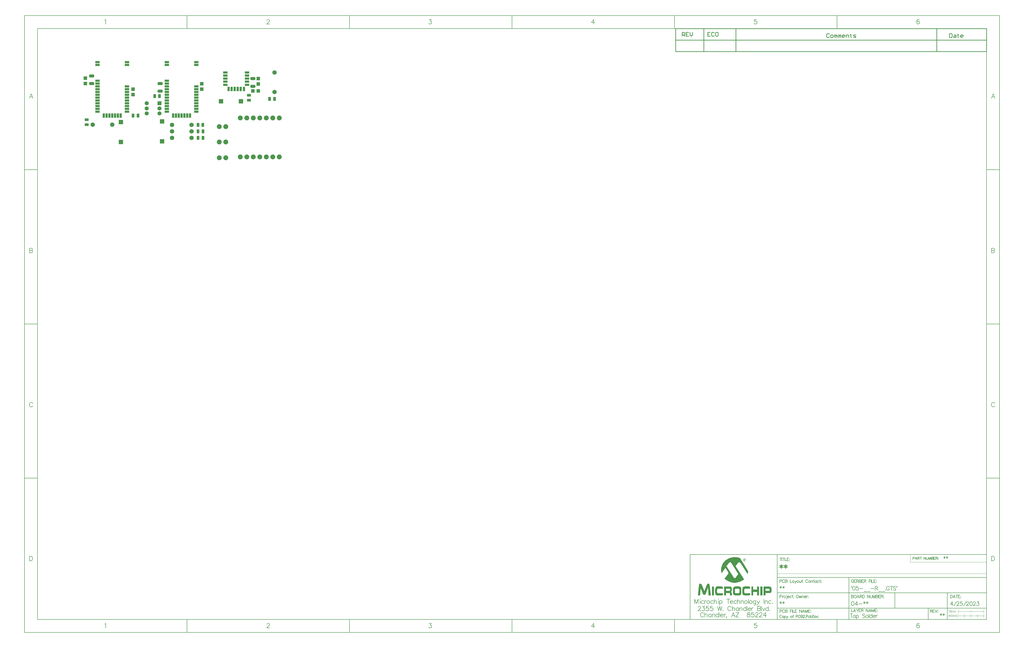
<source format=gts>
G04*
G04 #@! TF.GenerationSoftware,Altium Limited,Altium Designer,22.10.1 (41)*
G04*
G04 Layer_Color=8388736*
%FSLAX43Y43*%
%MOMM*%
G71*
G04*
G04 #@! TF.SameCoordinates,616D65FC-62BC-469B-91EF-3386A997E351*
G04*
G04*
G04 #@! TF.FilePolarity,Negative*
G04*
G01*
G75*
%ADD10C,0.200*%
%ADD11C,0.100*%
%ADD13C,0.254*%
%ADD14C,0.150*%
%ADD15C,0.178*%
%ADD17C,0.127*%
%ADD18C,0.180*%
%ADD19C,0.350*%
%ADD29R,1.700X0.900*%
%ADD30R,0.900X1.700*%
G04:AMPARAMS|DCode=31|XSize=1.95mm|YSize=1.2mm|CornerRadius=0.35mm|HoleSize=0mm|Usage=FLASHONLY|Rotation=180.000|XOffset=0mm|YOffset=0mm|HoleType=Round|Shape=RoundedRectangle|*
%AMROUNDEDRECTD31*
21,1,1.950,0.500,0,0,180.0*
21,1,1.250,1.200,0,0,180.0*
1,1,0.700,-0.625,0.250*
1,1,0.700,0.625,0.250*
1,1,0.700,0.625,-0.250*
1,1,0.700,-0.625,-0.250*
%
%ADD31ROUNDEDRECTD31*%
G04:AMPARAMS|DCode=32|XSize=1.6mm|YSize=1.1mm|CornerRadius=0.325mm|HoleSize=0mm|Usage=FLASHONLY|Rotation=0.000|XOffset=0mm|YOffset=0mm|HoleType=Round|Shape=RoundedRectangle|*
%AMROUNDEDRECTD32*
21,1,1.600,0.450,0,0,0.0*
21,1,0.950,1.100,0,0,0.0*
1,1,0.650,0.475,-0.225*
1,1,0.650,-0.475,-0.225*
1,1,0.650,-0.475,0.225*
1,1,0.650,0.475,0.225*
%
%ADD32ROUNDEDRECTD32*%
%ADD33R,1.400X1.400*%
%ADD34R,1.400X1.400*%
G04:AMPARAMS|DCode=35|XSize=1.6mm|YSize=1.1mm|CornerRadius=0.325mm|HoleSize=0mm|Usage=FLASHONLY|Rotation=90.000|XOffset=0mm|YOffset=0mm|HoleType=Round|Shape=RoundedRectangle|*
%AMROUNDEDRECTD35*
21,1,1.600,0.450,0,0,90.0*
21,1,0.950,1.100,0,0,90.0*
1,1,0.650,0.225,0.475*
1,1,0.650,0.225,-0.475*
1,1,0.650,-0.225,-0.475*
1,1,0.650,-0.225,0.475*
%
%ADD35ROUNDEDRECTD35*%
%ADD36R,1.700X1.700*%
%ADD37R,1.700X1.700*%
%ADD38C,1.724*%
%ADD39P,2.057X8X202.5*%
%ADD40C,1.900*%
%ADD41C,1.600*%
%ADD42R,1.600X1.600*%
G36*
X259338Y-154352D02*
X259423Y-154373D01*
X259528Y-154416D01*
X259634Y-154479D01*
X259719Y-154574D01*
X259782Y-154712D01*
X259793Y-154786D01*
X259804Y-154881D01*
X259804Y-154892D01*
X259804Y-154902D01*
X259793Y-154966D01*
X259772Y-155061D01*
X259740Y-155167D01*
X259666Y-155273D01*
X259571Y-155368D01*
X259507Y-155410D01*
X259433Y-155431D01*
X259349Y-155453D01*
X259253Y-155463D01*
X259211Y-155463D01*
X259169Y-155453D01*
X259116Y-155442D01*
X259042Y-155421D01*
X258978Y-155389D01*
X258904Y-155347D01*
X258841Y-155294D01*
X258830Y-155283D01*
X258819Y-155262D01*
X258788Y-155230D01*
X258756Y-155177D01*
X258724Y-155114D01*
X258703Y-155050D01*
X258682Y-154966D01*
X258671Y-154881D01*
X258671Y-154871D01*
X258671Y-154839D01*
X258682Y-154807D01*
X258693Y-154754D01*
X258714Y-154691D01*
X258745Y-154627D01*
X258788Y-154564D01*
X258841Y-154500D01*
X258851Y-154490D01*
X258872Y-154479D01*
X258904Y-154447D01*
X258957Y-154416D01*
X259021Y-154394D01*
X259084Y-154363D01*
X259169Y-154352D01*
X259253Y-154341D01*
X259274Y-154341D01*
X259338Y-154352D01*
X259338Y-154352D02*
G37*
G36*
X255624Y-153855D02*
X255730Y-153855D01*
X255846Y-153865D01*
X255984Y-153876D01*
X256121Y-153897D01*
X256280Y-153918D01*
X256449Y-153950D01*
X256788Y-154024D01*
X257148Y-154130D01*
X257497Y-154267D01*
X260671Y-159304D01*
X260671Y-159315D01*
X260671Y-159347D01*
X260661Y-159399D01*
X260661Y-159463D01*
X260650Y-159548D01*
X260629Y-159632D01*
X260587Y-159844D01*
X260587Y-159855D01*
X260576Y-159897D01*
X260565Y-159950D01*
X260544Y-160034D01*
X260513Y-160130D01*
X260491Y-160235D01*
X260417Y-160468D01*
X257666Y-156172D01*
X257655Y-156162D01*
X257624Y-156119D01*
X257581Y-156066D01*
X257529Y-156003D01*
X257454Y-155939D01*
X257370Y-155886D01*
X257275Y-155844D01*
X257169Y-155833D01*
X257126Y-155833D01*
X257084Y-155855D01*
X257021Y-155876D01*
X256957Y-155908D01*
X256883Y-155971D01*
X256798Y-156045D01*
X256714Y-156151D01*
X255793Y-157410D01*
X259031Y-162510D01*
X259010Y-162521D01*
X258957Y-162574D01*
X258872Y-162637D01*
X258756Y-162722D01*
X258608Y-162828D01*
X258428Y-162944D01*
X258216Y-163071D01*
X257984Y-163198D01*
X257719Y-163325D01*
X257433Y-163452D01*
X257126Y-163569D01*
X256798Y-163674D01*
X256449Y-163759D01*
X256079Y-163823D01*
X255687Y-163876D01*
X255285Y-163886D01*
X255190Y-163886D01*
X255137Y-163876D01*
X255074Y-163876D01*
X254915Y-163865D01*
X254724Y-163833D01*
X254502Y-163801D01*
X254248Y-163749D01*
X253984Y-163674D01*
X253687Y-163590D01*
X253381Y-163484D01*
X253063Y-163346D01*
X252746Y-163188D01*
X252418Y-162997D01*
X252090Y-162775D01*
X251772Y-162521D01*
X251465Y-162235D01*
X252841Y-160341D01*
X252851Y-160331D01*
X252862Y-160310D01*
X252873Y-160278D01*
X252883Y-160235D01*
X252894Y-160183D01*
X252915Y-160119D01*
X252926Y-160034D01*
X252926Y-160024D01*
X252926Y-160003D01*
X252915Y-159971D01*
X252904Y-159929D01*
X252894Y-159876D01*
X252862Y-159812D01*
X252830Y-159738D01*
X252777Y-159653D01*
X251762Y-158066D01*
X250248Y-160161D01*
X250248Y-160151D01*
X250238Y-160130D01*
X250227Y-160098D01*
X250217Y-160045D01*
X250206Y-159992D01*
X250195Y-159918D01*
X250164Y-159749D01*
X250121Y-159548D01*
X250100Y-159315D01*
X250079Y-159061D01*
X250068Y-158786D01*
X250068Y-158775D01*
X250068Y-158765D01*
X250068Y-158701D01*
X250079Y-158595D01*
X250090Y-158458D01*
X250111Y-158288D01*
X250143Y-158087D01*
X250195Y-157865D01*
X250248Y-157622D01*
X250322Y-157368D01*
X250418Y-157093D01*
X250545Y-156818D01*
X250682Y-156521D01*
X250852Y-156236D01*
X251042Y-155950D01*
X251264Y-155664D01*
X251518Y-155389D01*
X251539Y-155368D01*
X251592Y-155326D01*
X251677Y-155241D01*
X251793Y-155146D01*
X251952Y-155029D01*
X252132Y-154902D01*
X252344Y-154765D01*
X252587Y-154617D01*
X252862Y-154468D01*
X253158Y-154331D01*
X253476Y-154204D01*
X253825Y-154088D01*
X254195Y-153982D01*
X254587Y-153908D01*
X255000Y-153865D01*
X255433Y-153844D01*
X255550Y-153844D01*
X255624Y-153855D01*
X255624Y-153855D02*
G37*
G36*
X260893Y-165315D02*
X260978Y-165315D01*
X261052Y-165325D01*
X261105Y-165336D01*
X261116Y-165336D01*
X261147Y-165346D01*
X261190Y-165368D01*
X261243Y-165399D01*
X261296Y-165442D01*
X261348Y-165505D01*
X261391Y-165579D01*
X261423Y-165674D01*
X261423Y-165685D01*
X261423Y-165706D01*
X261433Y-165748D01*
X261433Y-165812D01*
X261433Y-165886D01*
X261444Y-165981D01*
X261444Y-166098D01*
X261444Y-166225D01*
X259560Y-166182D01*
X259539Y-166182D01*
X259497Y-166193D01*
X259423Y-166214D01*
X259349Y-166267D01*
X259264Y-166341D01*
X259232Y-166405D01*
X259190Y-166468D01*
X259169Y-166542D01*
X259148Y-166637D01*
X259126Y-166743D01*
X259126Y-166870D01*
X259126Y-167262D01*
X259126Y-167272D01*
X259126Y-167293D01*
X259126Y-167325D01*
X259137Y-167367D01*
X259148Y-167484D01*
X259179Y-167600D01*
X259232Y-167727D01*
X259306Y-167844D01*
X259349Y-167886D01*
X259412Y-167918D01*
X259476Y-167939D01*
X259550Y-167949D01*
X261475Y-167949D01*
X261475Y-167960D01*
X261475Y-167971D01*
X261475Y-168034D01*
X261475Y-168129D01*
X261465Y-168246D01*
X261454Y-168362D01*
X261433Y-168468D01*
X261401Y-168563D01*
X261370Y-168637D01*
X261359Y-168648D01*
X261338Y-168669D01*
X261306Y-168690D01*
X261243Y-168722D01*
X261158Y-168764D01*
X261052Y-168785D01*
X260904Y-168807D01*
X260735Y-168817D01*
X259370Y-168817D01*
X259327Y-168807D01*
X259211Y-168796D01*
X259073Y-168775D01*
X258925Y-168732D01*
X258777Y-168669D01*
X258650Y-168574D01*
X258544Y-168457D01*
X258534Y-168447D01*
X258523Y-168404D01*
X258491Y-168341D01*
X258470Y-168246D01*
X258439Y-168119D01*
X258407Y-167971D01*
X258396Y-167791D01*
X258386Y-167590D01*
X258386Y-166563D01*
X258386Y-166553D01*
X258386Y-166521D01*
X258386Y-166479D01*
X258396Y-166426D01*
X258396Y-166352D01*
X258407Y-166278D01*
X258439Y-166098D01*
X258491Y-165907D01*
X258555Y-165727D01*
X258661Y-165558D01*
X258724Y-165495D01*
X258798Y-165442D01*
X258809Y-165431D01*
X258841Y-165420D01*
X258883Y-165399D01*
X258957Y-165368D01*
X259042Y-165346D01*
X259158Y-165325D01*
X259285Y-165315D01*
X259433Y-165304D01*
X260809Y-165304D01*
X260893Y-165315D01*
X260893Y-165315D02*
G37*
G36*
X264904Y-168796D02*
X264174Y-168796D01*
X264174Y-167484D01*
X262618Y-167484D01*
X262618Y-168796D01*
X261930Y-168796D01*
X261930Y-165336D01*
X262618Y-165336D01*
X262618Y-166563D01*
X264174Y-166563D01*
X264174Y-165336D01*
X264904Y-165336D01*
X264904Y-168796D01*
X264904Y-168796D02*
G37*
G36*
X245211Y-164204D02*
X245275Y-164225D01*
X245349Y-164256D01*
X245434Y-164320D01*
X245508Y-164415D01*
X245540Y-164479D01*
X245561Y-164553D01*
X245592Y-164637D01*
X245603Y-164733D01*
X246069Y-168796D01*
X245201Y-168796D01*
X244958Y-165875D01*
X244947Y-165875D01*
X244048Y-168214D01*
X244037Y-168235D01*
X244016Y-168277D01*
X243984Y-168341D01*
X243931Y-168404D01*
X243857Y-168479D01*
X243772Y-168542D01*
X243667Y-168584D01*
X243540Y-168606D01*
X243518Y-168606D01*
X243476Y-168595D01*
X243413Y-168584D01*
X243328Y-168553D01*
X243233Y-168510D01*
X243148Y-168436D01*
X243063Y-168341D01*
X243000Y-168214D01*
X242111Y-165918D01*
X242100Y-165918D01*
X241847Y-168796D01*
X241000Y-168796D01*
X241444Y-164690D01*
X241444Y-164680D01*
X241444Y-164669D01*
X241466Y-164616D01*
X241487Y-164532D01*
X241529Y-164436D01*
X241582Y-164352D01*
X241667Y-164267D01*
X241772Y-164214D01*
X241836Y-164193D01*
X241931Y-164193D01*
X241984Y-164204D01*
X242058Y-164214D01*
X242153Y-164246D01*
X242259Y-164309D01*
X242365Y-164394D01*
X242460Y-164500D01*
X242503Y-164574D01*
X242534Y-164659D01*
X243518Y-167166D01*
X243540Y-167166D01*
X244524Y-164659D01*
X244524Y-164648D01*
X244534Y-164637D01*
X244555Y-164584D01*
X244608Y-164510D01*
X244672Y-164426D01*
X244756Y-164341D01*
X244862Y-164267D01*
X244989Y-164214D01*
X245063Y-164193D01*
X245169Y-164193D01*
X245211Y-164204D01*
X245211Y-164204D02*
G37*
G36*
X269031Y-165346D02*
X269137Y-165368D01*
X269274Y-165410D01*
X269412Y-165473D01*
X269539Y-165579D01*
X269602Y-165643D01*
X269655Y-165727D01*
X269697Y-165812D01*
X269729Y-165918D01*
X269729Y-165928D01*
X269740Y-165960D01*
X269750Y-166013D01*
X269761Y-166077D01*
X269771Y-166172D01*
X269782Y-166278D01*
X269793Y-166394D01*
X269793Y-166532D01*
X269793Y-166796D01*
X269793Y-166807D01*
X269793Y-166828D01*
X269793Y-166849D01*
X269793Y-166891D01*
X269782Y-167008D01*
X269771Y-167135D01*
X269740Y-167283D01*
X269708Y-167431D01*
X269655Y-167579D01*
X269581Y-167695D01*
X269570Y-167706D01*
X269549Y-167727D01*
X269518Y-167770D01*
X269465Y-167801D01*
X269401Y-167844D01*
X269316Y-167886D01*
X269221Y-167907D01*
X269115Y-167918D01*
X267401Y-167918D01*
X267401Y-168796D01*
X266682Y-168796D01*
X266682Y-165336D01*
X268988Y-165336D01*
X269031Y-165346D01*
X269031Y-165346D02*
G37*
G36*
X266216Y-168796D02*
X265412Y-168796D01*
X265412Y-165336D01*
X266216Y-165336D01*
X266216Y-168796D01*
X266216Y-168796D02*
G37*
G36*
X253677Y-165346D02*
X253719Y-165346D01*
X253836Y-165389D01*
X253888Y-165420D01*
X253963Y-165463D01*
X254026Y-165516D01*
X254079Y-165590D01*
X254142Y-165664D01*
X254195Y-165770D01*
X254238Y-165886D01*
X254269Y-166024D01*
X254291Y-166182D01*
X254301Y-166362D01*
X254301Y-166574D01*
X254301Y-166584D01*
X254301Y-166606D01*
X254301Y-166637D01*
X254291Y-166690D01*
X254280Y-166807D01*
X254248Y-166955D01*
X254206Y-167103D01*
X254132Y-167251D01*
X254037Y-167367D01*
X253984Y-167410D01*
X253910Y-167442D01*
X253910Y-167452D01*
X253931Y-167463D01*
X253973Y-167473D01*
X254037Y-167516D01*
X254111Y-167590D01*
X254174Y-167685D01*
X254238Y-167822D01*
X254269Y-167897D01*
X254280Y-167992D01*
X254301Y-168098D01*
X254301Y-168214D01*
X254301Y-168796D01*
X253571Y-168796D01*
X253571Y-168383D01*
X253571Y-168373D01*
X253571Y-168341D01*
X253571Y-168288D01*
X253571Y-168235D01*
X253560Y-168108D01*
X253550Y-168055D01*
X253539Y-168024D01*
X253539Y-168013D01*
X253529Y-168002D01*
X253486Y-167949D01*
X253402Y-167907D01*
X253349Y-167897D01*
X253285Y-167886D01*
X251994Y-167886D01*
X251994Y-168796D01*
X251264Y-168796D01*
X251264Y-165336D01*
X253645Y-165336D01*
X253677Y-165346D01*
X253677Y-165346D02*
G37*
G36*
X247307Y-168796D02*
X246492Y-168796D01*
X246492Y-165336D01*
X247307Y-165336D01*
X247307Y-168796D01*
X247307Y-168796D02*
G37*
G36*
X257148Y-165315D02*
X257275Y-165346D01*
X257412Y-165378D01*
X257550Y-165431D01*
X257666Y-165505D01*
X257761Y-165611D01*
X257772Y-165622D01*
X257793Y-165664D01*
X257835Y-165738D01*
X257878Y-165844D01*
X257909Y-165971D01*
X257952Y-166129D01*
X257973Y-166320D01*
X257984Y-166542D01*
X257984Y-167579D01*
X257984Y-167590D01*
X257984Y-167621D01*
X257984Y-167664D01*
X257973Y-167727D01*
X257973Y-167812D01*
X257962Y-167897D01*
X257920Y-168087D01*
X257857Y-168288D01*
X257772Y-168479D01*
X257708Y-168563D01*
X257645Y-168637D01*
X257560Y-168701D01*
X257476Y-168754D01*
X257465Y-168754D01*
X257444Y-168764D01*
X257391Y-168775D01*
X257338Y-168785D01*
X257253Y-168796D01*
X257169Y-168807D01*
X257063Y-168817D01*
X255730Y-168817D01*
X255687Y-168807D01*
X255571Y-168796D01*
X255444Y-168775D01*
X255306Y-168732D01*
X255158Y-168680D01*
X255031Y-168595D01*
X254925Y-168489D01*
X254915Y-168479D01*
X254894Y-168436D01*
X254862Y-168362D01*
X254830Y-168267D01*
X254798Y-168140D01*
X254767Y-167981D01*
X254746Y-167801D01*
X254735Y-167579D01*
X254735Y-166542D01*
X254735Y-166532D01*
X254735Y-166500D01*
X254735Y-166447D01*
X254746Y-166383D01*
X254756Y-166299D01*
X254767Y-166203D01*
X254809Y-166002D01*
X254883Y-165801D01*
X254936Y-165696D01*
X254989Y-165600D01*
X255063Y-165516D01*
X255137Y-165442D01*
X255232Y-165389D01*
X255338Y-165346D01*
X255349Y-165346D01*
X255370Y-165336D01*
X255412Y-165336D01*
X255465Y-165325D01*
X255529Y-165315D01*
X255603Y-165315D01*
X255783Y-165304D01*
X257042Y-165304D01*
X257148Y-165315D01*
X257148Y-165315D02*
G37*
G36*
X250079Y-165315D02*
X250248Y-165325D01*
X250407Y-165336D01*
X250471Y-165346D01*
X250534Y-165357D01*
X250576Y-165368D01*
X250608Y-165378D01*
X250619Y-165389D01*
X250640Y-165410D01*
X250672Y-165452D01*
X250703Y-165526D01*
X250735Y-165622D01*
X250756Y-165696D01*
X250767Y-165770D01*
X250777Y-165854D01*
X250788Y-165950D01*
X250799Y-166055D01*
X250799Y-166182D01*
X248904Y-166182D01*
X248862Y-166193D01*
X248820Y-166203D01*
X248714Y-166235D01*
X248661Y-166278D01*
X248619Y-166320D01*
X248619Y-166330D01*
X248598Y-166352D01*
X248587Y-166383D01*
X248566Y-166436D01*
X248545Y-166510D01*
X248524Y-166606D01*
X248513Y-166733D01*
X248502Y-166870D01*
X248502Y-167262D01*
X248502Y-167283D01*
X248502Y-167325D01*
X248502Y-167399D01*
X248513Y-167473D01*
X248513Y-167569D01*
X248524Y-167653D01*
X248534Y-167727D01*
X248555Y-167780D01*
X248555Y-167791D01*
X248576Y-167801D01*
X248598Y-167833D01*
X248640Y-167865D01*
X248682Y-167897D01*
X248746Y-167918D01*
X248820Y-167939D01*
X248915Y-167949D01*
X250852Y-167949D01*
X250852Y-167960D01*
X250852Y-167971D01*
X250852Y-168034D01*
X250852Y-168119D01*
X250841Y-168225D01*
X250830Y-168330D01*
X250809Y-168436D01*
X250777Y-168531D01*
X250746Y-168606D01*
X250735Y-168616D01*
X250714Y-168637D01*
X250672Y-168669D01*
X250619Y-168711D01*
X250523Y-168754D01*
X250418Y-168785D01*
X250270Y-168807D01*
X250100Y-168817D01*
X248703Y-168817D01*
X248598Y-168807D01*
X248481Y-168785D01*
X248344Y-168754D01*
X248206Y-168701D01*
X248079Y-168637D01*
X247973Y-168542D01*
X247963Y-168531D01*
X247942Y-168489D01*
X247899Y-168415D01*
X247857Y-168320D01*
X247815Y-168182D01*
X247772Y-168024D01*
X247751Y-167822D01*
X247741Y-167579D01*
X247741Y-166542D01*
X247741Y-166532D01*
X247741Y-166489D01*
X247741Y-166436D01*
X247751Y-166373D01*
X247762Y-166278D01*
X247783Y-166182D01*
X247836Y-165971D01*
X247920Y-165759D01*
X247973Y-165653D01*
X248047Y-165558D01*
X248132Y-165473D01*
X248227Y-165399D01*
X248333Y-165346D01*
X248460Y-165315D01*
X248513Y-165315D01*
X248555Y-165304D01*
X249910Y-165304D01*
X250079Y-165315D01*
X250079Y-165315D02*
G37*
%LPC*%
G36*
X259338Y-154437D02*
X259232Y-154437D01*
X259179Y-154447D01*
X259095Y-154458D01*
X259010Y-154490D01*
X258915Y-154543D01*
X258830Y-154627D01*
X258777Y-154733D01*
X258767Y-154807D01*
X258756Y-154881D01*
X258756Y-154892D01*
X258756Y-154913D01*
X258767Y-154955D01*
X258777Y-155008D01*
X258819Y-155125D01*
X258851Y-155177D01*
X258894Y-155241D01*
X258904Y-155251D01*
X258925Y-155262D01*
X258957Y-155283D01*
X258999Y-155304D01*
X259105Y-155357D01*
X259179Y-155368D01*
X259253Y-155378D01*
X259274Y-155378D01*
X259327Y-155368D01*
X259401Y-155347D01*
X259486Y-155315D01*
X259571Y-155251D01*
X259645Y-155167D01*
X259698Y-155040D01*
X259719Y-154966D01*
X259719Y-154881D01*
X259719Y-154860D01*
X259708Y-154807D01*
X259698Y-154744D01*
X259666Y-154659D01*
X259603Y-154574D01*
X259518Y-154511D01*
X259412Y-154458D01*
X259338Y-154437D01*
X259338Y-154437D02*
G37*
%LPD*%
G36*
X259327Y-154574D02*
X259370Y-154585D01*
X259412Y-154617D01*
X259454Y-154648D01*
X259476Y-154701D01*
X259486Y-154765D01*
X259486Y-154775D01*
X259486Y-154796D01*
X259465Y-154860D01*
X259444Y-154892D01*
X259423Y-154923D01*
X259380Y-154945D01*
X259327Y-154955D01*
X259507Y-155241D01*
X259401Y-155241D01*
X259222Y-154955D01*
X259116Y-154955D01*
X259116Y-155241D01*
X259010Y-155241D01*
X259010Y-154564D01*
X259285Y-154564D01*
X259327Y-154574D01*
X259327Y-154574D02*
G37*
%LPC*%
G36*
X259285Y-154659D02*
X259116Y-154659D01*
X259116Y-154871D01*
X259296Y-154871D01*
X259338Y-154860D01*
X259370Y-154828D01*
X259380Y-154765D01*
X259380Y-154744D01*
X259370Y-154712D01*
X259338Y-154680D01*
X259285Y-154659D01*
X259285Y-154659D02*
G37*
G36*
X253603Y-155823D02*
X253560Y-155823D01*
X253508Y-155844D01*
X253444Y-155865D01*
X253370Y-155897D01*
X253296Y-155960D01*
X253201Y-156035D01*
X253116Y-156140D01*
X252227Y-157389D01*
X254925Y-161664D01*
X254936Y-161685D01*
X254968Y-161727D01*
X255010Y-161791D01*
X255074Y-161854D01*
X255148Y-161928D01*
X255222Y-161992D01*
X255296Y-162034D01*
X255380Y-162055D01*
X255423Y-162055D01*
X255476Y-162045D01*
X255539Y-162024D01*
X255613Y-161981D01*
X255687Y-161939D01*
X255772Y-161865D01*
X255846Y-161770D01*
X256788Y-160415D01*
X254079Y-156151D01*
X254068Y-156140D01*
X254047Y-156098D01*
X253994Y-156045D01*
X253941Y-155982D01*
X253867Y-155929D01*
X253793Y-155876D01*
X253698Y-155833D01*
X253603Y-155823D01*
X253603Y-155823D02*
G37*
G36*
X268756Y-166172D02*
X267401Y-166172D01*
X267401Y-167050D01*
X268819Y-167050D01*
X268840Y-167039D01*
X268883Y-167029D01*
X268925Y-167008D01*
X268957Y-166965D01*
X268999Y-166902D01*
X269020Y-166807D01*
X269031Y-166690D01*
X269031Y-166563D01*
X269031Y-166542D01*
X269031Y-166500D01*
X269020Y-166436D01*
X268999Y-166362D01*
X268967Y-166299D01*
X268914Y-166235D01*
X268851Y-166193D01*
X268756Y-166172D01*
X268756Y-166172D02*
G37*
G36*
X253254Y-166172D02*
X251994Y-166172D01*
X251994Y-167039D01*
X253338Y-167039D01*
X253370Y-167029D01*
X253423Y-167018D01*
X253476Y-166987D01*
X253518Y-166944D01*
X253571Y-166881D01*
X253603Y-166785D01*
X253613Y-166658D01*
X253613Y-166563D01*
X253613Y-166542D01*
X253613Y-166500D01*
X253592Y-166436D01*
X253571Y-166362D01*
X253529Y-166299D01*
X253465Y-166235D01*
X253370Y-166193D01*
X253254Y-166172D01*
X253254Y-166172D02*
G37*
G36*
X256788Y-166172D02*
X255899Y-166172D01*
X255857Y-166182D01*
X255804Y-166193D01*
X255751Y-166214D01*
X255698Y-166235D01*
X255645Y-166278D01*
X255592Y-166330D01*
X255592Y-166341D01*
X255571Y-166362D01*
X255560Y-166394D01*
X255539Y-166457D01*
X255518Y-166532D01*
X255507Y-166616D01*
X255486Y-166733D01*
X255486Y-166870D01*
X255486Y-167262D01*
X255486Y-167283D01*
X255486Y-167325D01*
X255486Y-167389D01*
X255497Y-167473D01*
X255518Y-167653D01*
X255539Y-167738D01*
X255560Y-167801D01*
X255560Y-167812D01*
X255581Y-167822D01*
X255603Y-167844D01*
X255634Y-167875D01*
X255677Y-167907D01*
X255730Y-167928D01*
X255804Y-167939D01*
X255888Y-167949D01*
X256830Y-167949D01*
X256883Y-167939D01*
X256957Y-167918D01*
X257042Y-167865D01*
X257116Y-167780D01*
X257158Y-167727D01*
X257190Y-167664D01*
X257222Y-167579D01*
X257243Y-167484D01*
X257264Y-167378D01*
X257264Y-167262D01*
X257264Y-166870D01*
X257264Y-166849D01*
X257264Y-166807D01*
X257253Y-166743D01*
X257243Y-166658D01*
X257201Y-166479D01*
X257169Y-166394D01*
X257116Y-166330D01*
X257105Y-166320D01*
X257095Y-166309D01*
X257063Y-166278D01*
X257021Y-166246D01*
X256915Y-166193D01*
X256862Y-166182D01*
X256788Y-166172D01*
X256788Y-166172D02*
G37*
%LPD*%
D10*
X337357Y-153546D02*
X337357Y-154403D01*
X337000Y-153761D02*
X337714Y-154189D01*
X337714Y-153761D02*
X337000Y-154189D01*
X338378Y-153546D02*
X338378Y-154403D01*
X338021Y-153761D02*
X338735Y-154189D01*
X338735Y-153761D02*
X338021Y-154189D01*
D11*
X347700Y-175396D02*
X347700Y-174796D01*
X353820Y-155796D02*
X353820Y-155796D01*
X342700Y-175596D02*
X342700Y-174596D01*
X342540Y-177431D02*
X342540Y-176161D01*
X345080Y-177431D02*
X345080Y-176161D01*
X347620Y-177431D02*
X347620Y-176161D01*
X350160Y-177431D02*
X350160Y-176161D01*
X352700Y-175596D02*
X352700Y-174596D01*
X352700Y-177431D02*
X352700Y-176161D01*
X324000Y-155796D02*
X324000Y-152796D01*
X342540Y-176796D02*
X352700Y-176796D01*
X342700Y-175096D02*
X352700Y-175096D01*
X324000Y-155796D02*
X353820Y-155796D01*
X272000Y-160296D02*
X353820Y-160296D01*
X339233Y-176396D02*
X338900Y-176863D01*
X339400Y-176863D01*
X339233Y-176396D02*
X339233Y-177096D01*
X339723Y-176396D02*
X339623Y-176429D01*
X339557Y-176529D01*
X339523Y-176696D01*
X339523Y-176796D01*
X339557Y-176963D01*
X339623Y-177063D01*
X339723Y-177096D01*
X339790Y-177096D01*
X339890Y-177063D01*
X339956Y-176963D01*
X339990Y-176796D01*
X339990Y-176696D01*
X339956Y-176529D01*
X339890Y-176429D01*
X339790Y-176396D01*
X339723Y-176396D01*
X340346Y-176396D02*
X340246Y-176429D01*
X340180Y-176529D01*
X340146Y-176696D01*
X340146Y-176796D01*
X340180Y-176963D01*
X340246Y-177063D01*
X340346Y-177096D01*
X340413Y-177096D01*
X340513Y-177063D01*
X340580Y-176963D01*
X340613Y-176796D01*
X340613Y-176696D01*
X340580Y-176529D01*
X340513Y-176429D01*
X340413Y-176396D01*
X340346Y-176396D01*
X340770Y-176629D02*
X340770Y-177096D01*
X340770Y-176763D02*
X340870Y-176663D01*
X340936Y-176629D01*
X341036Y-176629D01*
X341103Y-176663D01*
X341136Y-176763D01*
X341136Y-177096D01*
X341136Y-176763D02*
X341236Y-176663D01*
X341303Y-176629D01*
X341403Y-176629D01*
X341469Y-176663D01*
X341503Y-176763D01*
X341503Y-177096D01*
X341789Y-176396D02*
X341823Y-176429D01*
X341856Y-176396D01*
X341823Y-176363D01*
X341789Y-176396D01*
X341823Y-176629D02*
X341823Y-177096D01*
X341979Y-176396D02*
X341979Y-177096D01*
X339000Y-174829D02*
X339067Y-174796D01*
X339167Y-174696D01*
X339167Y-175396D01*
X339713Y-174696D02*
X339613Y-174729D01*
X339547Y-174829D01*
X339513Y-174996D01*
X339513Y-175096D01*
X339547Y-175263D01*
X339613Y-175363D01*
X339713Y-175396D01*
X339780Y-175396D01*
X339880Y-175363D01*
X339946Y-175263D01*
X339980Y-175096D01*
X339980Y-174996D01*
X339946Y-174829D01*
X339880Y-174729D01*
X339780Y-174696D01*
X339713Y-174696D01*
X340136Y-174929D02*
X340136Y-175396D01*
X340136Y-175063D02*
X340236Y-174963D01*
X340303Y-174929D01*
X340403Y-174929D01*
X340470Y-174963D01*
X340503Y-175063D01*
X340503Y-175396D01*
X340503Y-175063D02*
X340603Y-174963D01*
X340670Y-174929D01*
X340770Y-174929D01*
X340836Y-174963D01*
X340870Y-175063D01*
X340870Y-175396D01*
X341090Y-174929D02*
X341090Y-175396D01*
X341090Y-175063D02*
X341190Y-174963D01*
X341256Y-174929D01*
X341356Y-174929D01*
X341423Y-174963D01*
X341456Y-175063D01*
X341456Y-175396D01*
X341456Y-175063D02*
X341556Y-174963D01*
X341623Y-174929D01*
X341723Y-174929D01*
X341789Y-174963D01*
X341823Y-175063D01*
X341823Y-175396D01*
D13*
X353820Y43924D02*
X353820Y52924D01*
X232320Y52924D02*
X353820Y52924D01*
X255820Y43924D02*
X255820Y48424D01*
X232320Y48424D02*
X232320Y52924D01*
X232320Y48424D02*
X353820Y48424D01*
X243320Y48424D02*
X243320Y52924D01*
X255820Y48424D02*
X255820Y52924D01*
X334320Y48424D02*
X334320Y52924D01*
X232320Y43924D02*
X232320Y48424D01*
X232320Y43924D02*
X353820Y43924D01*
X334320Y43924D02*
X334320Y48424D01*
X243320Y43924D02*
X243320Y48424D01*
X234820Y49924D02*
X234820Y51448D01*
X235582Y51448D01*
X235836Y51194D01*
X235836Y50686D01*
X235582Y50432D01*
X234820Y50432D01*
X235328Y50432D02*
X235836Y49924D01*
X237359Y51448D02*
X236344Y51448D01*
X236344Y49924D01*
X237359Y49924D01*
X236344Y50686D02*
X236851Y50686D01*
X237867Y51448D02*
X237867Y50432D01*
X238375Y49924D01*
X238883Y50432D01*
X238883Y51448D01*
X245836Y51448D02*
X244820Y51448D01*
X244820Y49924D01*
X245836Y49924D01*
X244820Y50686D02*
X245328Y50686D01*
X247359Y51194D02*
X247105Y51448D01*
X246597Y51448D01*
X246344Y51194D01*
X246344Y50178D01*
X246597Y49924D01*
X247105Y49924D01*
X247359Y50178D01*
X248629Y51448D02*
X248121Y51448D01*
X247867Y51194D01*
X247867Y50178D01*
X248121Y49924D01*
X248629Y49924D01*
X248883Y50178D01*
X248883Y51194D01*
X248629Y51448D01*
X292336Y50694D02*
X292082Y50948D01*
X291574Y50948D01*
X291320Y50694D01*
X291320Y49678D01*
X291574Y49424D01*
X292082Y49424D01*
X292336Y49678D01*
X293097Y49424D02*
X293605Y49424D01*
X293859Y49678D01*
X293859Y50186D01*
X293605Y50440D01*
X293097Y50440D01*
X292844Y50186D01*
X292844Y49678D01*
X293097Y49424D01*
X294367Y49424D02*
X294367Y50440D01*
X294621Y50440D01*
X294875Y50186D01*
X294875Y49424D01*
X294875Y50186D01*
X295129Y50440D01*
X295383Y50186D01*
X295383Y49424D01*
X295891Y49424D02*
X295891Y50440D01*
X296144Y50440D01*
X296398Y50186D01*
X296398Y49424D01*
X296398Y50186D01*
X296652Y50440D01*
X296906Y50186D01*
X296906Y49424D01*
X298176Y49424D02*
X297668Y49424D01*
X297414Y49678D01*
X297414Y50186D01*
X297668Y50440D01*
X298176Y50440D01*
X298430Y50186D01*
X298430Y49932D01*
X297414Y49932D01*
X298938Y49424D02*
X298938Y50440D01*
X299699Y50440D01*
X299953Y50186D01*
X299953Y49424D01*
X300715Y50694D02*
X300715Y50440D01*
X300461Y50440D01*
X300969Y50440D01*
X300715Y50440D01*
X300715Y49678D01*
X300969Y49424D01*
X301731Y49424D02*
X302492Y49424D01*
X302746Y49678D01*
X302492Y49932D01*
X301985Y49932D01*
X301731Y50186D01*
X301985Y50440D01*
X302746Y50440D01*
X339320Y50948D02*
X339320Y49424D01*
X340082Y49424D01*
X340336Y49678D01*
X340336Y50694D01*
X340082Y50948D01*
X339320Y50948D01*
X341097Y50440D02*
X341605Y50440D01*
X341859Y50186D01*
X341859Y49424D01*
X341097Y49424D01*
X340844Y49678D01*
X341097Y49932D01*
X341859Y49932D01*
X342621Y50694D02*
X342621Y50440D01*
X342367Y50440D01*
X342875Y50440D01*
X342621Y50440D01*
X342621Y49678D01*
X342875Y49424D01*
X344398Y49424D02*
X343891Y49424D01*
X343637Y49678D01*
X343637Y50186D01*
X343891Y50440D01*
X344398Y50440D01*
X344652Y50186D01*
X344652Y49932D01*
X343637Y49932D01*
D14*
X301000Y-176046D02*
X301000Y-177546D01*
X300500Y-176046D02*
X301500Y-176046D01*
X302035Y-176546D02*
X301893Y-176618D01*
X301750Y-176760D01*
X301678Y-176975D01*
X301678Y-177118D01*
X301750Y-177332D01*
X301893Y-177475D01*
X302035Y-177546D01*
X302250Y-177546D01*
X302392Y-177475D01*
X302535Y-177332D01*
X302607Y-177118D01*
X302607Y-176975D01*
X302535Y-176760D01*
X302392Y-176618D01*
X302250Y-176546D01*
X302035Y-176546D01*
X302935Y-176546D02*
X302935Y-178046D01*
X302935Y-176760D02*
X303078Y-176618D01*
X303221Y-176546D01*
X303435Y-176546D01*
X303578Y-176618D01*
X303721Y-176760D01*
X303792Y-176975D01*
X303792Y-177118D01*
X303721Y-177332D01*
X303578Y-177475D01*
X303435Y-177546D01*
X303221Y-177546D01*
X303078Y-177475D01*
X302935Y-177332D01*
X306292Y-176261D02*
X306149Y-176118D01*
X305935Y-176046D01*
X305649Y-176046D01*
X305435Y-176118D01*
X305292Y-176261D01*
X305292Y-176403D01*
X305363Y-176546D01*
X305435Y-176618D01*
X305577Y-176689D01*
X306006Y-176832D01*
X306149Y-176903D01*
X306220Y-176975D01*
X306292Y-177118D01*
X306292Y-177332D01*
X306149Y-177475D01*
X305935Y-177546D01*
X305649Y-177546D01*
X305435Y-177475D01*
X305292Y-177332D01*
X306984Y-176546D02*
X306841Y-176618D01*
X306699Y-176760D01*
X306627Y-176975D01*
X306627Y-177118D01*
X306699Y-177332D01*
X306841Y-177475D01*
X306984Y-177546D01*
X307199Y-177546D01*
X307341Y-177475D01*
X307484Y-177332D01*
X307556Y-177118D01*
X307556Y-176975D01*
X307484Y-176760D01*
X307341Y-176618D01*
X307199Y-176546D01*
X306984Y-176546D01*
X307884Y-176046D02*
X307884Y-177546D01*
X309055Y-176046D02*
X309055Y-177546D01*
X309055Y-176760D02*
X308912Y-176618D01*
X308770Y-176546D01*
X308555Y-176546D01*
X308413Y-176618D01*
X308270Y-176760D01*
X308198Y-176975D01*
X308198Y-177118D01*
X308270Y-177332D01*
X308413Y-177475D01*
X308555Y-177546D01*
X308770Y-177546D01*
X308912Y-177475D01*
X309055Y-177332D01*
X309455Y-176975D02*
X310312Y-176975D01*
X310312Y-176832D01*
X310241Y-176689D01*
X310169Y-176618D01*
X310027Y-176546D01*
X309812Y-176546D01*
X309669Y-176618D01*
X309527Y-176760D01*
X309455Y-176975D01*
X309455Y-177118D01*
X309527Y-177332D01*
X309669Y-177475D01*
X309812Y-177546D01*
X310027Y-177546D01*
X310169Y-177475D01*
X310312Y-177332D01*
X310634Y-176546D02*
X310634Y-177546D01*
X310634Y-176975D02*
X310705Y-176760D01*
X310848Y-176618D01*
X310991Y-176546D01*
X311205Y-176546D01*
X273000Y-174998D02*
X273493Y-174998D01*
X273657Y-174944D01*
X273712Y-174889D01*
X273767Y-174779D01*
X273767Y-174615D01*
X273712Y-174506D01*
X273657Y-174451D01*
X273493Y-174396D01*
X273000Y-174396D01*
X273000Y-175546D01*
X274845Y-174670D02*
X274790Y-174560D01*
X274681Y-174451D01*
X274571Y-174396D01*
X274352Y-174396D01*
X274243Y-174451D01*
X274133Y-174560D01*
X274079Y-174670D01*
X274024Y-174834D01*
X274024Y-175108D01*
X274079Y-175272D01*
X274133Y-175382D01*
X274243Y-175491D01*
X274352Y-175546D01*
X274571Y-175546D01*
X274681Y-175491D01*
X274790Y-175382D01*
X274845Y-175272D01*
X275168Y-174396D02*
X275168Y-175546D01*
X275168Y-174396D02*
X275661Y-174396D01*
X275825Y-174451D01*
X275880Y-174506D01*
X275935Y-174615D01*
X275935Y-174725D01*
X275880Y-174834D01*
X275825Y-174889D01*
X275661Y-174944D01*
X275168Y-174944D02*
X275661Y-174944D01*
X275825Y-174998D01*
X275880Y-175053D01*
X275935Y-175163D01*
X275935Y-175327D01*
X275880Y-175436D01*
X275825Y-175491D01*
X275661Y-175546D01*
X275168Y-175546D01*
X277095Y-174396D02*
X277095Y-175546D01*
X277095Y-174396D02*
X277807Y-174396D01*
X277095Y-174944D02*
X277533Y-174944D01*
X277938Y-174396D02*
X277938Y-175546D01*
X278179Y-174396D02*
X278179Y-175546D01*
X278836Y-175546D01*
X279674Y-174396D02*
X278962Y-174396D01*
X278962Y-175546D01*
X279674Y-175546D01*
X278962Y-174944D02*
X279400Y-174944D01*
X280769Y-174396D02*
X280769Y-175546D01*
X280769Y-174396D02*
X281536Y-175546D01*
X281536Y-174396D02*
X281536Y-175546D01*
X282729Y-175546D02*
X282291Y-174396D01*
X281853Y-175546D01*
X282017Y-175163D02*
X282565Y-175163D01*
X282997Y-174396D02*
X282997Y-175546D01*
X282997Y-174396D02*
X283435Y-175546D01*
X283873Y-174396D02*
X283435Y-175546D01*
X283873Y-174396D02*
X283873Y-175546D01*
X284914Y-174396D02*
X284202Y-174396D01*
X284202Y-175546D01*
X284914Y-175546D01*
X284202Y-174944D02*
X284640Y-174944D01*
X285160Y-174779D02*
X285105Y-174834D01*
X285160Y-174889D01*
X285215Y-174834D01*
X285160Y-174779D01*
X285160Y-175436D02*
X285105Y-175491D01*
X285160Y-175546D01*
X285215Y-175491D01*
X285160Y-175436D01*
X273714Y-176784D02*
X273667Y-176689D01*
X273571Y-176594D01*
X273476Y-176546D01*
X273286Y-176546D01*
X273190Y-176594D01*
X273095Y-176689D01*
X273048Y-176784D01*
X273000Y-176927D01*
X273000Y-177165D01*
X273048Y-177308D01*
X273095Y-177403D01*
X273190Y-177498D01*
X273286Y-177546D01*
X273476Y-177546D01*
X273571Y-177498D01*
X273667Y-177403D01*
X273714Y-177308D01*
X274233Y-176879D02*
X274138Y-176927D01*
X274043Y-177022D01*
X273995Y-177165D01*
X273995Y-177260D01*
X274043Y-177403D01*
X274138Y-177498D01*
X274233Y-177546D01*
X274376Y-177546D01*
X274471Y-177498D01*
X274566Y-177403D01*
X274614Y-177260D01*
X274614Y-177165D01*
X274566Y-177022D01*
X274471Y-176927D01*
X274376Y-176879D01*
X274233Y-176879D01*
X274833Y-176879D02*
X274833Y-177879D01*
X274833Y-177022D02*
X274928Y-176927D01*
X275023Y-176879D01*
X275166Y-176879D01*
X275261Y-176927D01*
X275357Y-177022D01*
X275404Y-177165D01*
X275404Y-177260D01*
X275357Y-177403D01*
X275261Y-177498D01*
X275166Y-177546D01*
X275023Y-177546D01*
X274928Y-177498D01*
X274833Y-177403D01*
X275666Y-176879D02*
X275952Y-177546D01*
X276237Y-176879D02*
X275952Y-177546D01*
X275857Y-177736D01*
X275761Y-177832D01*
X275666Y-177879D01*
X275618Y-177879D01*
X277428Y-176879D02*
X277332Y-176927D01*
X277237Y-177022D01*
X277190Y-177165D01*
X277190Y-177260D01*
X277237Y-177403D01*
X277332Y-177498D01*
X277428Y-177546D01*
X277570Y-177546D01*
X277666Y-177498D01*
X277761Y-177403D01*
X277809Y-177260D01*
X277809Y-177165D01*
X277761Y-177022D01*
X277666Y-176927D01*
X277570Y-176879D01*
X277428Y-176879D01*
X278408Y-176546D02*
X278313Y-176546D01*
X278218Y-176594D01*
X278170Y-176737D01*
X278170Y-177546D01*
X278027Y-176879D02*
X278361Y-176879D01*
X279337Y-177070D02*
X279765Y-177070D01*
X279908Y-177022D01*
X279956Y-176975D01*
X280003Y-176879D01*
X280003Y-176737D01*
X279956Y-176641D01*
X279908Y-176594D01*
X279765Y-176546D01*
X279337Y-176546D01*
X279337Y-177546D01*
X280941Y-176784D02*
X280894Y-176689D01*
X280798Y-176594D01*
X280703Y-176546D01*
X280513Y-176546D01*
X280417Y-176594D01*
X280322Y-176689D01*
X280275Y-176784D01*
X280227Y-176927D01*
X280227Y-177165D01*
X280275Y-177308D01*
X280322Y-177403D01*
X280417Y-177498D01*
X280513Y-177546D01*
X280703Y-177546D01*
X280798Y-177498D01*
X280894Y-177403D01*
X280941Y-177308D01*
X281222Y-176546D02*
X281222Y-177546D01*
X281222Y-176546D02*
X281651Y-176546D01*
X281793Y-176594D01*
X281841Y-176641D01*
X281889Y-176737D01*
X281889Y-176832D01*
X281841Y-176927D01*
X281793Y-176975D01*
X281651Y-177022D01*
X281222Y-177022D02*
X281651Y-177022D01*
X281793Y-177070D01*
X281841Y-177118D01*
X281889Y-177213D01*
X281889Y-177356D01*
X281841Y-177451D01*
X281793Y-177498D01*
X281651Y-177546D01*
X281222Y-177546D01*
X282160Y-176784D02*
X282160Y-176737D01*
X282208Y-176641D01*
X282255Y-176594D01*
X282350Y-176546D01*
X282541Y-176546D01*
X282636Y-176594D01*
X282684Y-176641D01*
X282731Y-176737D01*
X282731Y-176832D01*
X282684Y-176927D01*
X282588Y-177070D01*
X282112Y-177546D01*
X282779Y-177546D01*
X283050Y-177451D02*
X283003Y-177498D01*
X283050Y-177546D01*
X283098Y-177498D01*
X283050Y-177451D01*
X283317Y-177070D02*
X283745Y-177070D01*
X283888Y-177022D01*
X283936Y-176975D01*
X283983Y-176879D01*
X283983Y-176737D01*
X283936Y-176641D01*
X283888Y-176594D01*
X283745Y-176546D01*
X283317Y-176546D01*
X283317Y-177546D01*
X284778Y-177022D02*
X284683Y-176927D01*
X284588Y-176879D01*
X284445Y-176879D01*
X284350Y-176927D01*
X284255Y-177022D01*
X284207Y-177165D01*
X284207Y-177260D01*
X284255Y-177403D01*
X284350Y-177498D01*
X284445Y-177546D01*
X284588Y-177546D01*
X284683Y-177498D01*
X284778Y-177403D01*
X284993Y-176546D02*
X284993Y-177546D01*
X284993Y-177022D02*
X285088Y-176927D01*
X285183Y-176879D01*
X285326Y-176879D01*
X285421Y-176927D01*
X285516Y-177022D01*
X285564Y-177165D01*
X285564Y-177260D01*
X285516Y-177403D01*
X285421Y-177498D01*
X285326Y-177546D01*
X285183Y-177546D01*
X285088Y-177498D01*
X284993Y-177403D01*
X285778Y-176546D02*
X285778Y-177546D01*
X285778Y-176546D02*
X286111Y-176546D01*
X286254Y-176594D01*
X286350Y-176689D01*
X286397Y-176784D01*
X286445Y-176927D01*
X286445Y-177165D01*
X286397Y-177308D01*
X286350Y-177403D01*
X286254Y-177498D01*
X286111Y-177546D01*
X285778Y-177546D01*
X286907Y-176879D02*
X286811Y-176927D01*
X286716Y-177022D01*
X286668Y-177165D01*
X286668Y-177260D01*
X286716Y-177403D01*
X286811Y-177498D01*
X286907Y-177546D01*
X287049Y-177546D01*
X287145Y-177498D01*
X287240Y-177403D01*
X287287Y-177260D01*
X287287Y-177165D01*
X287240Y-177022D01*
X287145Y-176927D01*
X287049Y-176879D01*
X286907Y-176879D01*
X288078Y-177022D02*
X287983Y-176927D01*
X287887Y-176879D01*
X287744Y-176879D01*
X287649Y-176927D01*
X287554Y-177022D01*
X287506Y-177165D01*
X287506Y-177260D01*
X287554Y-177403D01*
X287649Y-177498D01*
X287744Y-177546D01*
X287887Y-177546D01*
X287983Y-177498D01*
X288078Y-177403D01*
X273000Y-163248D02*
X273493Y-163248D01*
X273657Y-163194D01*
X273712Y-163139D01*
X273767Y-163029D01*
X273767Y-162865D01*
X273712Y-162756D01*
X273657Y-162701D01*
X273493Y-162646D01*
X273000Y-162646D01*
X273000Y-163796D01*
X274845Y-162920D02*
X274790Y-162810D01*
X274681Y-162701D01*
X274571Y-162646D01*
X274352Y-162646D01*
X274243Y-162701D01*
X274133Y-162810D01*
X274079Y-162920D01*
X274024Y-163084D01*
X274024Y-163358D01*
X274079Y-163522D01*
X274133Y-163632D01*
X274243Y-163741D01*
X274352Y-163796D01*
X274571Y-163796D01*
X274681Y-163741D01*
X274790Y-163632D01*
X274845Y-163522D01*
X275168Y-162646D02*
X275168Y-163796D01*
X275168Y-162646D02*
X275661Y-162646D01*
X275825Y-162701D01*
X275880Y-162756D01*
X275935Y-162865D01*
X275935Y-162975D01*
X275880Y-163084D01*
X275825Y-163139D01*
X275661Y-163194D01*
X275168Y-163194D02*
X275661Y-163194D01*
X275825Y-163248D01*
X275880Y-163303D01*
X275935Y-163413D01*
X275935Y-163577D01*
X275880Y-163686D01*
X275825Y-163741D01*
X275661Y-163796D01*
X275168Y-163796D01*
X277095Y-162646D02*
X277095Y-163796D01*
X277752Y-163796D01*
X278535Y-163029D02*
X278535Y-163796D01*
X278535Y-163194D02*
X278426Y-163084D01*
X278316Y-163029D01*
X278152Y-163029D01*
X278042Y-163084D01*
X277933Y-163194D01*
X277878Y-163358D01*
X277878Y-163467D01*
X277933Y-163632D01*
X278042Y-163741D01*
X278152Y-163796D01*
X278316Y-163796D01*
X278426Y-163741D01*
X278535Y-163632D01*
X278897Y-163029D02*
X279225Y-163796D01*
X279554Y-163029D02*
X279225Y-163796D01*
X279116Y-164015D01*
X279006Y-164124D01*
X278897Y-164179D01*
X278842Y-164179D01*
X280019Y-163029D02*
X279909Y-163084D01*
X279800Y-163194D01*
X279745Y-163358D01*
X279745Y-163467D01*
X279800Y-163632D01*
X279909Y-163741D01*
X280019Y-163796D01*
X280183Y-163796D01*
X280293Y-163741D01*
X280402Y-163632D01*
X280457Y-163467D01*
X280457Y-163358D01*
X280402Y-163194D01*
X280293Y-163084D01*
X280183Y-163029D01*
X280019Y-163029D01*
X280709Y-163029D02*
X280709Y-163577D01*
X280764Y-163741D01*
X280873Y-163796D01*
X281037Y-163796D01*
X281147Y-163741D01*
X281311Y-163577D01*
X281311Y-163029D02*
X281311Y-163796D01*
X281776Y-162646D02*
X281776Y-163577D01*
X281831Y-163741D01*
X281941Y-163796D01*
X282050Y-163796D01*
X281612Y-163029D02*
X281995Y-163029D01*
X283939Y-162920D02*
X283884Y-162810D01*
X283775Y-162701D01*
X283665Y-162646D01*
X283446Y-162646D01*
X283337Y-162701D01*
X283227Y-162810D01*
X283173Y-162920D01*
X283118Y-163084D01*
X283118Y-163358D01*
X283173Y-163522D01*
X283227Y-163632D01*
X283337Y-163741D01*
X283446Y-163796D01*
X283665Y-163796D01*
X283775Y-163741D01*
X283884Y-163632D01*
X283939Y-163522D01*
X284536Y-163029D02*
X284426Y-163084D01*
X284317Y-163194D01*
X284262Y-163358D01*
X284262Y-163467D01*
X284317Y-163632D01*
X284426Y-163741D01*
X284536Y-163796D01*
X284700Y-163796D01*
X284810Y-163741D01*
X284919Y-163632D01*
X284974Y-163467D01*
X284974Y-163358D01*
X284919Y-163194D01*
X284810Y-163084D01*
X284700Y-163029D01*
X284536Y-163029D01*
X285226Y-163029D02*
X285226Y-163796D01*
X285226Y-163248D02*
X285390Y-163084D01*
X285499Y-163029D01*
X285664Y-163029D01*
X285773Y-163084D01*
X285828Y-163248D01*
X285828Y-163796D01*
X286293Y-162646D02*
X286293Y-163577D01*
X286348Y-163741D01*
X286458Y-163796D01*
X286567Y-163796D01*
X286129Y-163029D02*
X286512Y-163029D01*
X287388Y-163029D02*
X287388Y-163796D01*
X287388Y-163194D02*
X287279Y-163084D01*
X287169Y-163029D01*
X287005Y-163029D01*
X286896Y-163084D01*
X286786Y-163194D01*
X286731Y-163358D01*
X286731Y-163467D01*
X286786Y-163632D01*
X286896Y-163741D01*
X287005Y-163796D01*
X287169Y-163796D01*
X287279Y-163741D01*
X287388Y-163632D01*
X288352Y-163194D02*
X288242Y-163084D01*
X288133Y-163029D01*
X287969Y-163029D01*
X287859Y-163084D01*
X287750Y-163194D01*
X287695Y-163358D01*
X287695Y-163467D01*
X287750Y-163632D01*
X287859Y-163741D01*
X287969Y-163796D01*
X288133Y-163796D01*
X288242Y-163741D01*
X288352Y-163632D01*
X288763Y-162646D02*
X288763Y-163577D01*
X288817Y-163741D01*
X288927Y-163796D01*
X289036Y-163796D01*
X288598Y-163029D02*
X288982Y-163029D01*
X289255Y-163029D02*
X289201Y-163084D01*
X289255Y-163139D01*
X289310Y-163084D01*
X289255Y-163029D01*
X289255Y-163686D02*
X289201Y-163741D01*
X289255Y-163796D01*
X289310Y-163741D01*
X289255Y-163686D01*
X273000Y-169248D02*
X273493Y-169248D01*
X273657Y-169194D01*
X273712Y-169139D01*
X273767Y-169029D01*
X273767Y-168865D01*
X273712Y-168756D01*
X273657Y-168701D01*
X273493Y-168646D01*
X273000Y-168646D01*
X273000Y-169796D01*
X274024Y-169029D02*
X274024Y-169796D01*
X274024Y-169358D02*
X274079Y-169194D01*
X274188Y-169084D01*
X274298Y-169029D01*
X274462Y-169029D01*
X274840Y-169029D02*
X274730Y-169084D01*
X274621Y-169194D01*
X274566Y-169358D01*
X274566Y-169467D01*
X274621Y-169632D01*
X274730Y-169741D01*
X274840Y-169796D01*
X275004Y-169796D01*
X275113Y-169741D01*
X275223Y-169632D01*
X275278Y-169467D01*
X275278Y-169358D01*
X275223Y-169194D01*
X275113Y-169084D01*
X275004Y-169029D01*
X274840Y-169029D01*
X275748Y-168646D02*
X275803Y-168701D01*
X275858Y-168646D01*
X275803Y-168591D01*
X275748Y-168646D01*
X275803Y-169029D02*
X275803Y-169960D01*
X275748Y-170124D01*
X275639Y-170179D01*
X275529Y-170179D01*
X276071Y-169358D02*
X276728Y-169358D01*
X276728Y-169248D01*
X276674Y-169139D01*
X276619Y-169084D01*
X276509Y-169029D01*
X276345Y-169029D01*
X276236Y-169084D01*
X276126Y-169194D01*
X276071Y-169358D01*
X276071Y-169467D01*
X276126Y-169632D01*
X276236Y-169741D01*
X276345Y-169796D01*
X276509Y-169796D01*
X276619Y-169741D01*
X276728Y-169632D01*
X277632Y-169194D02*
X277522Y-169084D01*
X277413Y-169029D01*
X277249Y-169029D01*
X277139Y-169084D01*
X277030Y-169194D01*
X276975Y-169358D01*
X276975Y-169467D01*
X277030Y-169632D01*
X277139Y-169741D01*
X277249Y-169796D01*
X277413Y-169796D01*
X277522Y-169741D01*
X277632Y-169632D01*
X278042Y-168646D02*
X278042Y-169577D01*
X278097Y-169741D01*
X278207Y-169796D01*
X278316Y-169796D01*
X277878Y-169029D02*
X278262Y-169029D01*
X279712Y-168646D02*
X279603Y-168701D01*
X279493Y-168810D01*
X279439Y-168920D01*
X279384Y-169084D01*
X279384Y-169358D01*
X279439Y-169522D01*
X279493Y-169632D01*
X279603Y-169741D01*
X279712Y-169796D01*
X279931Y-169796D01*
X280041Y-169741D01*
X280150Y-169632D01*
X280205Y-169522D01*
X280260Y-169358D01*
X280260Y-169084D01*
X280205Y-168920D01*
X280150Y-168810D01*
X280041Y-168701D01*
X279931Y-168646D01*
X279712Y-168646D01*
X280528Y-169029D02*
X280747Y-169796D01*
X280966Y-169029D02*
X280747Y-169796D01*
X280966Y-169029D02*
X281185Y-169796D01*
X281404Y-169029D02*
X281185Y-169796D01*
X281672Y-169029D02*
X281672Y-169796D01*
X281672Y-169248D02*
X281837Y-169084D01*
X281946Y-169029D01*
X282110Y-169029D01*
X282220Y-169084D01*
X282275Y-169248D01*
X282275Y-169796D01*
X282576Y-169358D02*
X283233Y-169358D01*
X283233Y-169248D01*
X283178Y-169139D01*
X283123Y-169084D01*
X283014Y-169029D01*
X282850Y-169029D01*
X282740Y-169084D01*
X282631Y-169194D01*
X282576Y-169358D01*
X282576Y-169467D01*
X282631Y-169632D01*
X282740Y-169741D01*
X282850Y-169796D01*
X283014Y-169796D01*
X283123Y-169741D01*
X283233Y-169632D01*
X283479Y-169029D02*
X283479Y-169796D01*
X283479Y-169358D02*
X283534Y-169194D01*
X283643Y-169084D01*
X283753Y-169029D01*
X283917Y-169029D01*
X284076Y-169029D02*
X284021Y-169084D01*
X284076Y-169139D01*
X284131Y-169084D01*
X284076Y-169029D01*
X284076Y-169686D02*
X284021Y-169741D01*
X284076Y-169796D01*
X284131Y-169741D01*
X284076Y-169686D01*
X301000Y-168646D02*
X301000Y-169796D01*
X301000Y-168646D02*
X301493Y-168646D01*
X301657Y-168701D01*
X301712Y-168756D01*
X301767Y-168865D01*
X301767Y-168975D01*
X301712Y-169084D01*
X301657Y-169139D01*
X301493Y-169194D01*
X301000Y-169194D02*
X301493Y-169194D01*
X301657Y-169248D01*
X301712Y-169303D01*
X301767Y-169413D01*
X301767Y-169577D01*
X301712Y-169686D01*
X301657Y-169741D01*
X301493Y-169796D01*
X301000Y-169796D01*
X302352Y-168646D02*
X302243Y-168701D01*
X302133Y-168810D01*
X302079Y-168920D01*
X302024Y-169084D01*
X302024Y-169358D01*
X302079Y-169522D01*
X302133Y-169632D01*
X302243Y-169741D01*
X302352Y-169796D01*
X302571Y-169796D01*
X302681Y-169741D01*
X302790Y-169632D01*
X302845Y-169522D01*
X302900Y-169358D01*
X302900Y-169084D01*
X302845Y-168920D01*
X302790Y-168810D01*
X302681Y-168701D01*
X302571Y-168646D01*
X302352Y-168646D01*
X304044Y-169796D02*
X303606Y-168646D01*
X303168Y-169796D01*
X303332Y-169413D02*
X303880Y-169413D01*
X304312Y-168646D02*
X304312Y-169796D01*
X304312Y-168646D02*
X304805Y-168646D01*
X304969Y-168701D01*
X305024Y-168756D01*
X305079Y-168865D01*
X305079Y-168975D01*
X305024Y-169084D01*
X304969Y-169139D01*
X304805Y-169194D01*
X304312Y-169194D01*
X304696Y-169194D02*
X305079Y-169796D01*
X305336Y-168646D02*
X305336Y-169796D01*
X305336Y-168646D02*
X305719Y-168646D01*
X305884Y-168701D01*
X305993Y-168810D01*
X306048Y-168920D01*
X306103Y-169084D01*
X306103Y-169358D01*
X306048Y-169522D01*
X305993Y-169632D01*
X305884Y-169741D01*
X305719Y-169796D01*
X305336Y-169796D01*
X307263Y-168646D02*
X307263Y-169796D01*
X307263Y-168646D02*
X308030Y-169796D01*
X308030Y-168646D02*
X308030Y-169796D01*
X308347Y-168646D02*
X308347Y-169467D01*
X308402Y-169632D01*
X308512Y-169741D01*
X308676Y-169796D01*
X308785Y-169796D01*
X308950Y-169741D01*
X309059Y-169632D01*
X309114Y-169467D01*
X309114Y-168646D01*
X309432Y-168646D02*
X309432Y-169796D01*
X309432Y-168646D02*
X309870Y-169796D01*
X310308Y-168646D02*
X309870Y-169796D01*
X310308Y-168646D02*
X310308Y-169796D01*
X310636Y-168646D02*
X310636Y-169796D01*
X310636Y-168646D02*
X311129Y-168646D01*
X311293Y-168701D01*
X311348Y-168756D01*
X311403Y-168865D01*
X311403Y-168975D01*
X311348Y-169084D01*
X311293Y-169139D01*
X311129Y-169194D01*
X310636Y-169194D02*
X311129Y-169194D01*
X311293Y-169248D01*
X311348Y-169303D01*
X311403Y-169413D01*
X311403Y-169577D01*
X311348Y-169686D01*
X311293Y-169741D01*
X311129Y-169796D01*
X310636Y-169796D01*
X312372Y-168646D02*
X311660Y-168646D01*
X311660Y-169796D01*
X312372Y-169796D01*
X311660Y-169194D02*
X312098Y-169194D01*
X312563Y-168646D02*
X312563Y-169796D01*
X312563Y-168646D02*
X313056Y-168646D01*
X313220Y-168701D01*
X313275Y-168756D01*
X313330Y-168865D01*
X313330Y-168975D01*
X313275Y-169084D01*
X313220Y-169139D01*
X313056Y-169194D01*
X312563Y-169194D01*
X312947Y-169194D02*
X313330Y-169796D01*
X313642Y-169029D02*
X313587Y-169084D01*
X313642Y-169139D01*
X313697Y-169084D01*
X313642Y-169029D01*
X313642Y-169686D02*
X313587Y-169741D01*
X313642Y-169796D01*
X313697Y-169741D01*
X313642Y-169686D01*
X301821Y-162920D02*
X301767Y-162810D01*
X301657Y-162701D01*
X301547Y-162646D01*
X301328Y-162646D01*
X301219Y-162701D01*
X301109Y-162810D01*
X301055Y-162920D01*
X301000Y-163084D01*
X301000Y-163358D01*
X301055Y-163522D01*
X301109Y-163632D01*
X301219Y-163741D01*
X301328Y-163796D01*
X301547Y-163796D01*
X301657Y-163741D01*
X301767Y-163632D01*
X301821Y-163522D01*
X301821Y-163358D01*
X301547Y-163358D02*
X301821Y-163358D01*
X302796Y-162646D02*
X302084Y-162646D01*
X302084Y-163796D01*
X302796Y-163796D01*
X302084Y-163194D02*
X302522Y-163194D01*
X302987Y-162646D02*
X302987Y-163796D01*
X302987Y-162646D02*
X303480Y-162646D01*
X303644Y-162701D01*
X303699Y-162756D01*
X303754Y-162865D01*
X303754Y-162975D01*
X303699Y-163084D01*
X303644Y-163139D01*
X303480Y-163194D01*
X302987Y-163194D01*
X303371Y-163194D02*
X303754Y-163796D01*
X304011Y-162646D02*
X304011Y-163796D01*
X304011Y-162646D02*
X304504Y-162646D01*
X304668Y-162701D01*
X304723Y-162756D01*
X304778Y-162865D01*
X304778Y-162975D01*
X304723Y-163084D01*
X304668Y-163139D01*
X304504Y-163194D01*
X304011Y-163194D02*
X304504Y-163194D01*
X304668Y-163248D01*
X304723Y-163303D01*
X304778Y-163413D01*
X304778Y-163577D01*
X304723Y-163686D01*
X304668Y-163741D01*
X304504Y-163796D01*
X304011Y-163796D01*
X305747Y-162646D02*
X305035Y-162646D01*
X305035Y-163796D01*
X305747Y-163796D01*
X305035Y-163194D02*
X305473Y-163194D01*
X305938Y-162646D02*
X305938Y-163796D01*
X305938Y-162646D02*
X306431Y-162646D01*
X306595Y-162701D01*
X306650Y-162756D01*
X306705Y-162865D01*
X306705Y-162975D01*
X306650Y-163084D01*
X306595Y-163139D01*
X306431Y-163194D01*
X305938Y-163194D01*
X306322Y-163194D02*
X306705Y-163796D01*
X307866Y-162646D02*
X307866Y-163796D01*
X307866Y-162646D02*
X308577Y-162646D01*
X307866Y-163194D02*
X308304Y-163194D01*
X308709Y-162646D02*
X308709Y-163796D01*
X308950Y-162646D02*
X308950Y-163796D01*
X309607Y-163796D01*
X310444Y-162646D02*
X309733Y-162646D01*
X309733Y-163796D01*
X310444Y-163796D01*
X309733Y-163194D02*
X310171Y-163194D01*
X310691Y-163029D02*
X310636Y-163084D01*
X310691Y-163139D01*
X310746Y-163084D01*
X310691Y-163029D01*
X310691Y-163686D02*
X310636Y-163741D01*
X310691Y-163796D01*
X310746Y-163741D01*
X310691Y-163686D01*
X340414Y-171296D02*
X339700Y-172296D01*
X340771Y-172296D01*
X340414Y-171296D02*
X340414Y-172796D01*
X341035Y-173010D02*
X342035Y-171296D01*
X342207Y-171653D02*
X342207Y-171582D01*
X342278Y-171439D01*
X342349Y-171368D01*
X342492Y-171296D01*
X342778Y-171296D01*
X342921Y-171368D01*
X342992Y-171439D01*
X343064Y-171582D01*
X343064Y-171725D01*
X342992Y-171868D01*
X342849Y-172082D01*
X342135Y-172796D01*
X343135Y-172796D01*
X344328Y-171296D02*
X343613Y-171296D01*
X343542Y-171939D01*
X343613Y-171868D01*
X343828Y-171796D01*
X344042Y-171796D01*
X344256Y-171868D01*
X344399Y-172010D01*
X344470Y-172225D01*
X344470Y-172368D01*
X344399Y-172582D01*
X344256Y-172725D01*
X344042Y-172796D01*
X343828Y-172796D01*
X343613Y-172725D01*
X343542Y-172653D01*
X343471Y-172510D01*
X344806Y-173010D02*
X345806Y-171296D01*
X345977Y-171653D02*
X345977Y-171582D01*
X346049Y-171439D01*
X346120Y-171368D01*
X346263Y-171296D01*
X346549Y-171296D01*
X346691Y-171368D01*
X346763Y-171439D01*
X346834Y-171582D01*
X346834Y-171725D01*
X346763Y-171868D01*
X346620Y-172082D01*
X345906Y-172796D01*
X346906Y-172796D01*
X347670Y-171296D02*
X347455Y-171368D01*
X347313Y-171582D01*
X347241Y-171939D01*
X347241Y-172153D01*
X347313Y-172510D01*
X347455Y-172725D01*
X347670Y-172796D01*
X347813Y-172796D01*
X348027Y-172725D01*
X348170Y-172510D01*
X348241Y-172153D01*
X348241Y-171939D01*
X348170Y-171582D01*
X348027Y-171368D01*
X347813Y-171296D01*
X347670Y-171296D01*
X348648Y-171653D02*
X348648Y-171582D01*
X348719Y-171439D01*
X348791Y-171368D01*
X348934Y-171296D01*
X349219Y-171296D01*
X349362Y-171368D01*
X349434Y-171439D01*
X349505Y-171582D01*
X349505Y-171725D01*
X349434Y-171868D01*
X349291Y-172082D01*
X348577Y-172796D01*
X349576Y-172796D01*
X350055Y-171296D02*
X350840Y-171296D01*
X350412Y-171868D01*
X350626Y-171868D01*
X350769Y-171939D01*
X350840Y-172010D01*
X350912Y-172225D01*
X350912Y-172368D01*
X350840Y-172582D01*
X350698Y-172725D01*
X350483Y-172796D01*
X350269Y-172796D01*
X350055Y-172725D01*
X349984Y-172653D01*
X349912Y-172510D01*
X325000Y-154320D02*
X325428Y-154320D01*
X325571Y-154272D01*
X325619Y-154225D01*
X325667Y-154129D01*
X325667Y-153987D01*
X325619Y-153891D01*
X325571Y-153844D01*
X325428Y-153796D01*
X325000Y-153796D01*
X325000Y-154796D01*
X326652Y-154796D02*
X326271Y-153796D01*
X325890Y-154796D01*
X326033Y-154463D02*
X326509Y-154463D01*
X326885Y-153796D02*
X326885Y-154796D01*
X326885Y-153796D02*
X327314Y-153796D01*
X327457Y-153844D01*
X327504Y-153891D01*
X327552Y-153987D01*
X327552Y-154082D01*
X327504Y-154177D01*
X327457Y-154225D01*
X327314Y-154272D01*
X326885Y-154272D01*
X327219Y-154272D02*
X327552Y-154796D01*
X328109Y-153796D02*
X328109Y-154796D01*
X327776Y-153796D02*
X328442Y-153796D01*
X329347Y-153796D02*
X329347Y-154796D01*
X329347Y-153796D02*
X330013Y-154796D01*
X330013Y-153796D02*
X330013Y-154796D01*
X330289Y-153796D02*
X330289Y-154510D01*
X330337Y-154653D01*
X330432Y-154748D01*
X330575Y-154796D01*
X330670Y-154796D01*
X330813Y-154748D01*
X330908Y-154653D01*
X330956Y-154510D01*
X330956Y-153796D01*
X331232Y-153796D02*
X331232Y-154796D01*
X331232Y-153796D02*
X331613Y-154796D01*
X331994Y-153796D02*
X331613Y-154796D01*
X331994Y-153796D02*
X331994Y-154796D01*
X332279Y-153796D02*
X332279Y-154796D01*
X332279Y-153796D02*
X332708Y-153796D01*
X332851Y-153844D01*
X332898Y-153891D01*
X332946Y-153987D01*
X332946Y-154082D01*
X332898Y-154177D01*
X332851Y-154225D01*
X332708Y-154272D01*
X332279Y-154272D02*
X332708Y-154272D01*
X332851Y-154320D01*
X332898Y-154367D01*
X332946Y-154463D01*
X332946Y-154606D01*
X332898Y-154701D01*
X332851Y-154748D01*
X332708Y-154796D01*
X332279Y-154796D01*
X333789Y-153796D02*
X333170Y-153796D01*
X333170Y-154796D01*
X333789Y-154796D01*
X333170Y-154272D02*
X333551Y-154272D01*
X333955Y-153796D02*
X333955Y-154796D01*
X333955Y-153796D02*
X334384Y-153796D01*
X334527Y-153844D01*
X334574Y-153891D01*
X334622Y-153987D01*
X334622Y-154082D01*
X334574Y-154177D01*
X334527Y-154225D01*
X334384Y-154272D01*
X333955Y-154272D01*
X334289Y-154272D02*
X334622Y-154796D01*
X334893Y-154129D02*
X334846Y-154177D01*
X334893Y-154225D01*
X334941Y-154177D01*
X334893Y-154129D01*
X334893Y-154701D02*
X334846Y-154748D01*
X334893Y-154796D01*
X334941Y-154748D01*
X334893Y-154701D01*
D15*
X336035Y-175869D02*
X336035Y-176726D01*
X335678Y-176083D02*
X336392Y-176511D01*
X336392Y-176083D02*
X335678Y-176511D01*
X337056Y-175869D02*
X337056Y-176726D01*
X336699Y-176083D02*
X337413Y-176511D01*
X337413Y-176083D02*
X336699Y-176511D01*
X273381Y-165196D02*
X273381Y-166110D01*
X273000Y-165425D02*
X273762Y-165882D01*
X273762Y-165425D02*
X273000Y-165882D01*
X274470Y-165196D02*
X274470Y-166110D01*
X274089Y-165425D02*
X274851Y-165882D01*
X274851Y-165425D02*
X274089Y-165882D01*
X243270Y-175942D02*
X243185Y-175772D01*
X243016Y-175603D01*
X242846Y-175518D01*
X242508Y-175518D01*
X242339Y-175603D01*
X242169Y-175772D01*
X242085Y-175942D01*
X242000Y-176196D01*
X242000Y-176619D01*
X242085Y-176873D01*
X242169Y-177042D01*
X242339Y-177211D01*
X242508Y-177296D01*
X242846Y-177296D01*
X243016Y-177211D01*
X243185Y-177042D01*
X243270Y-176873D01*
X243769Y-175518D02*
X243769Y-177296D01*
X243769Y-176449D02*
X244023Y-176196D01*
X244192Y-176111D01*
X244446Y-176111D01*
X244616Y-176196D01*
X244700Y-176449D01*
X244700Y-177296D01*
X246182Y-176111D02*
X246182Y-177296D01*
X246182Y-176365D02*
X246012Y-176196D01*
X245843Y-176111D01*
X245589Y-176111D01*
X245420Y-176196D01*
X245251Y-176365D01*
X245166Y-176619D01*
X245166Y-176788D01*
X245251Y-177042D01*
X245420Y-177211D01*
X245589Y-177296D01*
X245843Y-177296D01*
X246012Y-177211D01*
X246182Y-177042D01*
X246656Y-176111D02*
X246656Y-177296D01*
X246656Y-176449D02*
X246910Y-176196D01*
X247079Y-176111D01*
X247333Y-176111D01*
X247502Y-176196D01*
X247587Y-176449D01*
X247587Y-177296D01*
X249068Y-175518D02*
X249068Y-177296D01*
X249068Y-176365D02*
X248899Y-176196D01*
X248730Y-176111D01*
X248476Y-176111D01*
X248306Y-176196D01*
X248137Y-176365D01*
X248052Y-176619D01*
X248052Y-176788D01*
X248137Y-177042D01*
X248306Y-177211D01*
X248476Y-177296D01*
X248730Y-177296D01*
X248899Y-177211D01*
X249068Y-177042D01*
X249542Y-175518D02*
X249542Y-177296D01*
X249915Y-176619D02*
X250930Y-176619D01*
X250930Y-176449D01*
X250846Y-176280D01*
X250761Y-176196D01*
X250592Y-176111D01*
X250338Y-176111D01*
X250169Y-176196D01*
X249999Y-176365D01*
X249915Y-176619D01*
X249915Y-176788D01*
X249999Y-177042D01*
X250169Y-177211D01*
X250338Y-177296D01*
X250592Y-177296D01*
X250761Y-177211D01*
X250930Y-177042D01*
X251311Y-176111D02*
X251311Y-177296D01*
X251311Y-176619D02*
X251396Y-176365D01*
X251565Y-176196D01*
X251735Y-176111D01*
X251989Y-176111D01*
X252319Y-177211D02*
X252234Y-177296D01*
X252149Y-177211D01*
X252234Y-177127D01*
X252319Y-177211D01*
X252319Y-177381D01*
X252234Y-177550D01*
X252149Y-177635D01*
X255459Y-177296D02*
X254782Y-175518D01*
X254105Y-177296D01*
X254359Y-176703D02*
X255205Y-176703D01*
X257059Y-175518D02*
X255874Y-177296D01*
X255874Y-175518D02*
X257059Y-175518D01*
X255874Y-177296D02*
X257059Y-177296D01*
X260673Y-175518D02*
X260420Y-175603D01*
X260335Y-175772D01*
X260335Y-175942D01*
X260420Y-176111D01*
X260589Y-176196D01*
X260927Y-176280D01*
X261181Y-176365D01*
X261351Y-176534D01*
X261435Y-176703D01*
X261435Y-176957D01*
X261351Y-177127D01*
X261266Y-177211D01*
X261012Y-177296D01*
X260673Y-177296D01*
X260420Y-177211D01*
X260335Y-177127D01*
X260250Y-176957D01*
X260250Y-176703D01*
X260335Y-176534D01*
X260504Y-176365D01*
X260758Y-176280D01*
X261097Y-176196D01*
X261266Y-176111D01*
X261351Y-175942D01*
X261351Y-175772D01*
X261266Y-175603D01*
X261012Y-175518D01*
X260673Y-175518D01*
X262849Y-175518D02*
X262002Y-175518D01*
X261918Y-176280D01*
X262002Y-176196D01*
X262256Y-176111D01*
X262510Y-176111D01*
X262764Y-176196D01*
X262934Y-176365D01*
X263018Y-176619D01*
X263018Y-176788D01*
X262934Y-177042D01*
X262764Y-177211D01*
X262510Y-177296D01*
X262256Y-177296D01*
X262002Y-177211D01*
X261918Y-177127D01*
X261833Y-176957D01*
X263501Y-175942D02*
X263501Y-175857D01*
X263585Y-175688D01*
X263670Y-175603D01*
X263839Y-175518D01*
X264178Y-175518D01*
X264347Y-175603D01*
X264432Y-175688D01*
X264517Y-175857D01*
X264517Y-176026D01*
X264432Y-176196D01*
X264263Y-176449D01*
X263416Y-177296D01*
X264601Y-177296D01*
X265084Y-175942D02*
X265084Y-175857D01*
X265168Y-175688D01*
X265253Y-175603D01*
X265422Y-175518D01*
X265761Y-175518D01*
X265930Y-175603D01*
X266015Y-175688D01*
X266099Y-175857D01*
X266099Y-176026D01*
X266015Y-176196D01*
X265845Y-176449D01*
X264999Y-177296D01*
X266184Y-177296D01*
X267428Y-175518D02*
X266582Y-176703D01*
X267852Y-176703D01*
X267428Y-175518D02*
X267428Y-177296D01*
X241085Y-173442D02*
X241085Y-173357D01*
X241169Y-173188D01*
X241254Y-173103D01*
X241423Y-173018D01*
X241762Y-173018D01*
X241931Y-173103D01*
X242016Y-173188D01*
X242100Y-173357D01*
X242100Y-173526D01*
X242016Y-173696D01*
X241846Y-173949D01*
X241000Y-174796D01*
X242185Y-174796D01*
X242752Y-173018D02*
X243683Y-173018D01*
X243175Y-173696D01*
X243429Y-173696D01*
X243599Y-173780D01*
X243683Y-173865D01*
X243768Y-174119D01*
X243768Y-174288D01*
X243683Y-174542D01*
X243514Y-174711D01*
X243260Y-174796D01*
X243006Y-174796D01*
X242752Y-174711D01*
X242668Y-174627D01*
X242583Y-174457D01*
X245182Y-173018D02*
X244335Y-173018D01*
X244251Y-173780D01*
X244335Y-173696D01*
X244589Y-173611D01*
X244843Y-173611D01*
X245097Y-173696D01*
X245266Y-173865D01*
X245351Y-174119D01*
X245351Y-174288D01*
X245266Y-174542D01*
X245097Y-174711D01*
X244843Y-174796D01*
X244589Y-174796D01*
X244335Y-174711D01*
X244251Y-174627D01*
X244166Y-174457D01*
X246765Y-173018D02*
X245918Y-173018D01*
X245833Y-173780D01*
X245918Y-173696D01*
X246172Y-173611D01*
X246426Y-173611D01*
X246680Y-173696D01*
X246849Y-173865D01*
X246934Y-174119D01*
X246934Y-174288D01*
X246849Y-174542D01*
X246680Y-174711D01*
X246426Y-174796D01*
X246172Y-174796D01*
X245918Y-174711D01*
X245833Y-174627D01*
X245749Y-174457D01*
X248728Y-173018D02*
X249152Y-174796D01*
X249575Y-173018D02*
X249152Y-174796D01*
X249575Y-173018D02*
X249998Y-174796D01*
X250421Y-173018D02*
X249998Y-174796D01*
X250862Y-174627D02*
X250777Y-174711D01*
X250862Y-174796D01*
X250946Y-174711D01*
X250862Y-174627D01*
X254002Y-173442D02*
X253917Y-173272D01*
X253748Y-173103D01*
X253579Y-173018D01*
X253240Y-173018D01*
X253071Y-173103D01*
X252902Y-173272D01*
X252817Y-173442D01*
X252732Y-173696D01*
X252732Y-174119D01*
X252817Y-174373D01*
X252902Y-174542D01*
X253071Y-174711D01*
X253240Y-174796D01*
X253579Y-174796D01*
X253748Y-174711D01*
X253917Y-174542D01*
X254002Y-174373D01*
X254501Y-173018D02*
X254501Y-174796D01*
X254501Y-173949D02*
X254755Y-173696D01*
X254925Y-173611D01*
X255179Y-173611D01*
X255348Y-173696D01*
X255433Y-173949D01*
X255433Y-174796D01*
X256914Y-173611D02*
X256914Y-174796D01*
X256914Y-173865D02*
X256745Y-173696D01*
X256575Y-173611D01*
X256321Y-173611D01*
X256152Y-173696D01*
X255983Y-173865D01*
X255898Y-174119D01*
X255898Y-174288D01*
X255983Y-174542D01*
X256152Y-174711D01*
X256321Y-174796D01*
X256575Y-174796D01*
X256745Y-174711D01*
X256914Y-174542D01*
X257388Y-173611D02*
X257388Y-174796D01*
X257388Y-173949D02*
X257642Y-173696D01*
X257811Y-173611D01*
X258065Y-173611D01*
X258234Y-173696D01*
X258319Y-173949D01*
X258319Y-174796D01*
X259800Y-173018D02*
X259800Y-174796D01*
X259800Y-173865D02*
X259631Y-173696D01*
X259462Y-173611D01*
X259208Y-173611D01*
X259039Y-173696D01*
X258869Y-173865D01*
X258785Y-174119D01*
X258785Y-174288D01*
X258869Y-174542D01*
X259039Y-174711D01*
X259208Y-174796D01*
X259462Y-174796D01*
X259631Y-174711D01*
X259800Y-174542D01*
X260274Y-173018D02*
X260274Y-174796D01*
X260647Y-174119D02*
X261663Y-174119D01*
X261663Y-173949D01*
X261578Y-173780D01*
X261493Y-173696D01*
X261324Y-173611D01*
X261070Y-173611D01*
X260901Y-173696D01*
X260732Y-173865D01*
X260647Y-174119D01*
X260647Y-174288D01*
X260732Y-174542D01*
X260901Y-174711D01*
X261070Y-174796D01*
X261324Y-174796D01*
X261493Y-174711D01*
X261663Y-174542D01*
X262044Y-173611D02*
X262044Y-174796D01*
X262044Y-174119D02*
X262128Y-173865D01*
X262298Y-173696D01*
X262467Y-173611D01*
X262721Y-173611D01*
X264278Y-173018D02*
X264278Y-174796D01*
X264278Y-173018D02*
X265040Y-173018D01*
X265294Y-173103D01*
X265379Y-173188D01*
X265463Y-173357D01*
X265463Y-173526D01*
X265379Y-173696D01*
X265294Y-173780D01*
X265040Y-173865D01*
X264278Y-173865D02*
X265040Y-173865D01*
X265294Y-173949D01*
X265379Y-174034D01*
X265463Y-174203D01*
X265463Y-174457D01*
X265379Y-174627D01*
X265294Y-174711D01*
X265040Y-174796D01*
X264278Y-174796D01*
X265861Y-173018D02*
X265861Y-174796D01*
X266234Y-173611D02*
X266742Y-174796D01*
X267250Y-173611D02*
X266742Y-174796D01*
X268553Y-173018D02*
X268553Y-174796D01*
X268553Y-173865D02*
X268384Y-173696D01*
X268215Y-173611D01*
X267961Y-173611D01*
X267791Y-173696D01*
X267622Y-173865D01*
X267537Y-174119D01*
X267537Y-174288D01*
X267622Y-174542D01*
X267791Y-174711D01*
X267961Y-174796D01*
X268215Y-174796D01*
X268384Y-174711D01*
X268553Y-174542D01*
X269112Y-174627D02*
X269027Y-174711D01*
X269112Y-174796D01*
X269196Y-174711D01*
X269112Y-174627D01*
X239770Y-170278D02*
X239770Y-172056D01*
X239770Y-170278D02*
X240447Y-172056D01*
X241124Y-170278D02*
X240447Y-172056D01*
X241124Y-170278D02*
X241124Y-172056D01*
X241802Y-170278D02*
X241886Y-170363D01*
X241971Y-170278D01*
X241886Y-170194D01*
X241802Y-170278D01*
X241886Y-170871D02*
X241886Y-172056D01*
X243300Y-171125D02*
X243131Y-170956D01*
X242961Y-170871D01*
X242707Y-170871D01*
X242538Y-170956D01*
X242369Y-171125D01*
X242284Y-171379D01*
X242284Y-171548D01*
X242369Y-171802D01*
X242538Y-171971D01*
X242707Y-172056D01*
X242961Y-172056D01*
X243131Y-171971D01*
X243300Y-171802D01*
X243681Y-170871D02*
X243681Y-172056D01*
X243681Y-171379D02*
X243765Y-171125D01*
X243935Y-170956D01*
X244104Y-170871D01*
X244358Y-170871D01*
X244942Y-170871D02*
X244773Y-170956D01*
X244603Y-171125D01*
X244519Y-171379D01*
X244519Y-171548D01*
X244603Y-171802D01*
X244773Y-171971D01*
X244942Y-172056D01*
X245196Y-172056D01*
X245365Y-171971D01*
X245535Y-171802D01*
X245619Y-171548D01*
X245619Y-171379D01*
X245535Y-171125D01*
X245365Y-170956D01*
X245196Y-170871D01*
X244942Y-170871D01*
X247024Y-171125D02*
X246855Y-170956D01*
X246686Y-170871D01*
X246432Y-170871D01*
X246263Y-170956D01*
X246093Y-171125D01*
X246009Y-171379D01*
X246009Y-171548D01*
X246093Y-171802D01*
X246263Y-171971D01*
X246432Y-172056D01*
X246686Y-172056D01*
X246855Y-171971D01*
X247024Y-171802D01*
X247405Y-170278D02*
X247405Y-172056D01*
X247405Y-171210D02*
X247659Y-170956D01*
X247829Y-170871D01*
X248082Y-170871D01*
X248252Y-170956D01*
X248336Y-171210D01*
X248336Y-172056D01*
X248971Y-170278D02*
X249056Y-170363D01*
X249141Y-170278D01*
X249056Y-170194D01*
X248971Y-170278D01*
X249056Y-170871D02*
X249056Y-172056D01*
X249454Y-170871D02*
X249454Y-172649D01*
X249454Y-171125D02*
X249623Y-170956D01*
X249792Y-170871D01*
X250046Y-170871D01*
X250216Y-170956D01*
X250385Y-171125D01*
X250470Y-171379D01*
X250470Y-171548D01*
X250385Y-171802D01*
X250216Y-171971D01*
X250046Y-172056D01*
X249792Y-172056D01*
X249623Y-171971D01*
X249454Y-171802D01*
X252840Y-170278D02*
X252840Y-172056D01*
X252247Y-170278D02*
X253432Y-170278D01*
X253644Y-171379D02*
X254660Y-171379D01*
X254660Y-171210D01*
X254575Y-171040D01*
X254490Y-170956D01*
X254321Y-170871D01*
X254067Y-170871D01*
X253898Y-170956D01*
X253729Y-171125D01*
X253644Y-171379D01*
X253644Y-171548D01*
X253729Y-171802D01*
X253898Y-171971D01*
X254067Y-172056D01*
X254321Y-172056D01*
X254490Y-171971D01*
X254660Y-171802D01*
X256056Y-171125D02*
X255887Y-170956D01*
X255718Y-170871D01*
X255464Y-170871D01*
X255295Y-170956D01*
X255125Y-171125D01*
X255041Y-171379D01*
X255041Y-171548D01*
X255125Y-171802D01*
X255295Y-171971D01*
X255464Y-172056D01*
X255718Y-172056D01*
X255887Y-171971D01*
X256056Y-171802D01*
X256437Y-170278D02*
X256437Y-172056D01*
X256437Y-171210D02*
X256691Y-170956D01*
X256861Y-170871D01*
X257114Y-170871D01*
X257284Y-170956D01*
X257368Y-171210D01*
X257368Y-172056D01*
X257834Y-170871D02*
X257834Y-172056D01*
X257834Y-171210D02*
X258088Y-170956D01*
X258257Y-170871D01*
X258511Y-170871D01*
X258680Y-170956D01*
X258765Y-171210D01*
X258765Y-172056D01*
X259654Y-170871D02*
X259485Y-170956D01*
X259315Y-171125D01*
X259231Y-171379D01*
X259231Y-171548D01*
X259315Y-171802D01*
X259485Y-171971D01*
X259654Y-172056D01*
X259908Y-172056D01*
X260077Y-171971D01*
X260246Y-171802D01*
X260331Y-171548D01*
X260331Y-171379D01*
X260246Y-171125D01*
X260077Y-170956D01*
X259908Y-170871D01*
X259654Y-170871D01*
X260721Y-170278D02*
X260721Y-172056D01*
X261516Y-170871D02*
X261347Y-170956D01*
X261178Y-171125D01*
X261093Y-171379D01*
X261093Y-171548D01*
X261178Y-171802D01*
X261347Y-171971D01*
X261516Y-172056D01*
X261770Y-172056D01*
X261939Y-171971D01*
X262109Y-171802D01*
X262193Y-171548D01*
X262193Y-171379D01*
X262109Y-171125D01*
X261939Y-170956D01*
X261770Y-170871D01*
X261516Y-170871D01*
X263599Y-170871D02*
X263599Y-172225D01*
X263514Y-172479D01*
X263429Y-172564D01*
X263260Y-172649D01*
X263006Y-172649D01*
X262837Y-172564D01*
X263599Y-171125D02*
X263429Y-170956D01*
X263260Y-170871D01*
X263006Y-170871D01*
X262837Y-170956D01*
X262667Y-171125D01*
X262583Y-171379D01*
X262583Y-171548D01*
X262667Y-171802D01*
X262837Y-171971D01*
X263006Y-172056D01*
X263260Y-172056D01*
X263429Y-171971D01*
X263599Y-171802D01*
X264157Y-170871D02*
X264665Y-172056D01*
X265173Y-170871D02*
X264665Y-172056D01*
X264496Y-172395D01*
X264327Y-172564D01*
X264157Y-172649D01*
X264073Y-172649D01*
X266866Y-170278D02*
X266866Y-172056D01*
X267238Y-170871D02*
X267238Y-172056D01*
X267238Y-171210D02*
X267492Y-170956D01*
X267662Y-170871D01*
X267916Y-170871D01*
X268085Y-170956D01*
X268170Y-171210D01*
X268170Y-172056D01*
X269651Y-171125D02*
X269482Y-170956D01*
X269312Y-170871D01*
X269058Y-170871D01*
X268889Y-170956D01*
X268720Y-171125D01*
X268635Y-171379D01*
X268635Y-171548D01*
X268720Y-171802D01*
X268889Y-171971D01*
X269058Y-172056D01*
X269312Y-172056D01*
X269482Y-171971D01*
X269651Y-171802D01*
X270116Y-171887D02*
X270032Y-171971D01*
X270116Y-172056D01*
X270201Y-171971D01*
X270116Y-171887D01*
X301071Y-165439D02*
X301000Y-165368D01*
X301071Y-165296D01*
X301143Y-165368D01*
X301143Y-165511D01*
X301071Y-165653D01*
X301000Y-165725D01*
X301900Y-165296D02*
X301686Y-165368D01*
X301543Y-165582D01*
X301471Y-165939D01*
X301471Y-166153D01*
X301543Y-166510D01*
X301686Y-166725D01*
X301900Y-166796D01*
X302043Y-166796D01*
X302257Y-166725D01*
X302400Y-166510D01*
X302471Y-166153D01*
X302471Y-165939D01*
X302400Y-165582D01*
X302257Y-165368D01*
X302043Y-165296D01*
X301900Y-165296D01*
X303664Y-165296D02*
X302950Y-165296D01*
X302878Y-165939D01*
X302950Y-165868D01*
X303164Y-165796D01*
X303378Y-165796D01*
X303592Y-165868D01*
X303735Y-166010D01*
X303807Y-166225D01*
X303807Y-166368D01*
X303735Y-166582D01*
X303592Y-166725D01*
X303378Y-166796D01*
X303164Y-166796D01*
X302950Y-166725D01*
X302878Y-166653D01*
X302807Y-166510D01*
X304142Y-166153D02*
X305428Y-166153D01*
X305870Y-167296D02*
X307013Y-167296D01*
X307206Y-167296D02*
X308348Y-167296D01*
X308541Y-166153D02*
X309827Y-166153D01*
X310269Y-165296D02*
X310269Y-166796D01*
X310269Y-165296D02*
X310912Y-165296D01*
X311126Y-165368D01*
X311198Y-165439D01*
X311269Y-165582D01*
X311269Y-165725D01*
X311198Y-165868D01*
X311126Y-165939D01*
X310912Y-166010D01*
X310269Y-166010D01*
X310769Y-166010D02*
X311269Y-166796D01*
X311605Y-167296D02*
X312747Y-167296D01*
X312940Y-167296D02*
X314083Y-167296D01*
X314347Y-166653D02*
X314276Y-166725D01*
X314347Y-166796D01*
X314419Y-166725D01*
X314347Y-166653D01*
X315818Y-165653D02*
X315747Y-165511D01*
X315604Y-165368D01*
X315461Y-165296D01*
X315176Y-165296D01*
X315033Y-165368D01*
X314890Y-165511D01*
X314818Y-165653D01*
X314747Y-165868D01*
X314747Y-166225D01*
X314818Y-166439D01*
X314890Y-166582D01*
X315033Y-166725D01*
X315176Y-166796D01*
X315461Y-166796D01*
X315604Y-166725D01*
X315747Y-166582D01*
X315818Y-166439D01*
X315818Y-166225D01*
X315461Y-166225D02*
X315818Y-166225D01*
X316661Y-165296D02*
X316661Y-166796D01*
X316161Y-165296D02*
X317161Y-165296D01*
X318339Y-165511D02*
X318196Y-165368D01*
X317982Y-165296D01*
X317696Y-165296D01*
X317482Y-165368D01*
X317339Y-165511D01*
X317339Y-165653D01*
X317411Y-165796D01*
X317482Y-165868D01*
X317625Y-165939D01*
X318053Y-166082D01*
X318196Y-166153D01*
X318268Y-166225D01*
X318339Y-166368D01*
X318339Y-166582D01*
X318196Y-166725D01*
X317982Y-166796D01*
X317696Y-166796D01*
X317482Y-166725D01*
X317339Y-166582D01*
X318746Y-165439D02*
X318675Y-165368D01*
X318746Y-165296D01*
X318818Y-165368D01*
X318818Y-165511D01*
X318746Y-165653D01*
X318675Y-165725D01*
X327582Y-179994D02*
X327497Y-179825D01*
X327243Y-179740D01*
X327074Y-179740D01*
X326820Y-179825D01*
X326650Y-180079D01*
X326566Y-180502D01*
X326566Y-180925D01*
X326650Y-181264D01*
X326820Y-181433D01*
X327074Y-181518D01*
X327158Y-181518D01*
X327412Y-181433D01*
X327582Y-181264D01*
X327666Y-181010D01*
X327666Y-180925D01*
X327582Y-180671D01*
X327412Y-180502D01*
X327158Y-180418D01*
X327074Y-180418D01*
X326820Y-180502D01*
X326650Y-180671D01*
X326566Y-180925D01*
X263955Y-179740D02*
X263108Y-179740D01*
X263023Y-180502D01*
X263108Y-180418D01*
X263362Y-180333D01*
X263616Y-180333D01*
X263870Y-180418D01*
X264039Y-180587D01*
X264124Y-180841D01*
X264124Y-181010D01*
X264039Y-181264D01*
X263870Y-181433D01*
X263616Y-181518D01*
X263362Y-181518D01*
X263108Y-181433D01*
X263023Y-181349D01*
X262939Y-181179D01*
X200311Y-179740D02*
X199464Y-180925D01*
X200734Y-180925D01*
X200311Y-179740D02*
X200311Y-181518D01*
X135964Y-179740D02*
X136896Y-179740D01*
X136388Y-180418D01*
X136642Y-180418D01*
X136811Y-180502D01*
X136896Y-180587D01*
X136980Y-180841D01*
X136980Y-181010D01*
X136896Y-181264D01*
X136726Y-181433D01*
X136472Y-181518D01*
X136218Y-181518D01*
X135964Y-181433D01*
X135880Y-181349D01*
X135795Y-181179D01*
X72650Y-180164D02*
X72650Y-180079D01*
X72735Y-179910D01*
X72820Y-179825D01*
X72989Y-179740D01*
X73328Y-179740D01*
X73497Y-179825D01*
X73582Y-179910D01*
X73666Y-180079D01*
X73666Y-180248D01*
X73582Y-180418D01*
X73412Y-180671D01*
X72566Y-181518D01*
X73751Y-181518D01*
X9176Y-180079D02*
X9345Y-179994D01*
X9599Y-179740D01*
X9599Y-181518D01*
X-20195Y-153528D02*
X-20195Y-155305D01*
X-20195Y-153528D02*
X-19602Y-153528D01*
X-19349Y-153612D01*
X-19179Y-153782D01*
X-19095Y-153951D01*
X-19010Y-154205D01*
X-19010Y-154628D01*
X-19095Y-154882D01*
X-19179Y-155051D01*
X-19349Y-155221D01*
X-19602Y-155305D01*
X-20195Y-155305D01*
X-18925Y-93753D02*
X-19010Y-93584D01*
X-19179Y-93414D01*
X-19349Y-93330D01*
X-19687Y-93330D01*
X-19856Y-93414D01*
X-20026Y-93584D01*
X-20110Y-93753D01*
X-20195Y-94007D01*
X-20195Y-94430D01*
X-20110Y-94684D01*
X-20026Y-94853D01*
X-19856Y-95023D01*
X-19687Y-95107D01*
X-19349Y-95107D01*
X-19179Y-95023D01*
X-19010Y-94853D01*
X-18925Y-94684D01*
X-20195Y-33005D02*
X-20195Y-34782D01*
X-20195Y-33005D02*
X-19433Y-33005D01*
X-19179Y-33089D01*
X-19095Y-33174D01*
X-19010Y-33343D01*
X-19010Y-33512D01*
X-19095Y-33682D01*
X-19179Y-33766D01*
X-19433Y-33851D01*
X-20195Y-33851D02*
X-19433Y-33851D01*
X-19179Y-33936D01*
X-19095Y-34020D01*
X-19010Y-34190D01*
X-19010Y-34444D01*
X-19095Y-34613D01*
X-19179Y-34698D01*
X-19433Y-34782D01*
X-20195Y-34782D01*
X-18841Y25670D02*
X-19518Y27447D01*
X-20195Y25670D01*
X-19941Y26262D02*
X-19095Y26262D01*
X355725Y-153528D02*
X355725Y-155305D01*
X355725Y-153528D02*
X356318Y-153528D01*
X356572Y-153612D01*
X356741Y-153782D01*
X356825Y-153951D01*
X356910Y-154205D01*
X356910Y-154628D01*
X356825Y-154882D01*
X356741Y-155051D01*
X356572Y-155221D01*
X356318Y-155305D01*
X355725Y-155305D01*
X356995Y-93753D02*
X356910Y-93584D01*
X356741Y-93414D01*
X356572Y-93330D01*
X356233Y-93330D01*
X356064Y-93414D01*
X355894Y-93584D01*
X355810Y-93753D01*
X355725Y-94007D01*
X355725Y-94430D01*
X355810Y-94684D01*
X355894Y-94853D01*
X356064Y-95023D01*
X356233Y-95107D01*
X356572Y-95107D01*
X356741Y-95023D01*
X356910Y-94853D01*
X356995Y-94684D01*
X355725Y-33005D02*
X355725Y-34782D01*
X355725Y-33005D02*
X356487Y-33005D01*
X356741Y-33089D01*
X356825Y-33174D01*
X356910Y-33343D01*
X356910Y-33512D01*
X356825Y-33682D01*
X356741Y-33766D01*
X356487Y-33851D01*
X355725Y-33851D02*
X356487Y-33851D01*
X356741Y-33936D01*
X356825Y-34020D01*
X356910Y-34190D01*
X356910Y-34444D01*
X356825Y-34613D01*
X356741Y-34698D01*
X356487Y-34782D01*
X355725Y-34782D01*
X357079Y25670D02*
X356402Y27447D01*
X355725Y25670D01*
X355979Y26262D02*
X356825Y26262D01*
X327582Y56226D02*
X327497Y56395D01*
X327243Y56480D01*
X327074Y56480D01*
X326820Y56395D01*
X326650Y56141D01*
X326566Y55718D01*
X326566Y55295D01*
X326650Y54956D01*
X326820Y54787D01*
X327074Y54702D01*
X327158Y54702D01*
X327412Y54787D01*
X327582Y54956D01*
X327666Y55210D01*
X327666Y55295D01*
X327582Y55549D01*
X327412Y55718D01*
X327158Y55802D01*
X327074Y55802D01*
X326820Y55718D01*
X326650Y55549D01*
X326566Y55295D01*
X263955Y56480D02*
X263108Y56480D01*
X263023Y55718D01*
X263108Y55802D01*
X263362Y55887D01*
X263616Y55887D01*
X263870Y55802D01*
X264039Y55633D01*
X264124Y55379D01*
X264124Y55210D01*
X264039Y54956D01*
X263870Y54787D01*
X263616Y54702D01*
X263362Y54702D01*
X263108Y54787D01*
X263023Y54871D01*
X262939Y55041D01*
X200311Y56480D02*
X199464Y55295D01*
X200734Y55295D01*
X200311Y56480D02*
X200311Y54702D01*
X135964Y56480D02*
X136896Y56480D01*
X136388Y55802D01*
X136642Y55802D01*
X136811Y55718D01*
X136896Y55633D01*
X136980Y55379D01*
X136980Y55210D01*
X136896Y54956D01*
X136726Y54787D01*
X136472Y54702D01*
X136218Y54702D01*
X135964Y54787D01*
X135880Y54871D01*
X135795Y55041D01*
X72650Y56056D02*
X72650Y56141D01*
X72735Y56310D01*
X72820Y56395D01*
X72989Y56480D01*
X73328Y56480D01*
X73497Y56395D01*
X73582Y56310D01*
X73666Y56141D01*
X73666Y55972D01*
X73582Y55802D01*
X73412Y55549D01*
X72566Y54702D01*
X73751Y54702D01*
X9176Y56141D02*
X9345Y56226D01*
X9599Y56480D01*
X9599Y54702D01*
D17*
X331000Y-178216D02*
X331000Y-173796D01*
X300000Y-178216D02*
X300000Y-161796D01*
X318000Y-173796D02*
X318000Y-167796D01*
X338500Y-178216D02*
X338500Y-167796D01*
X238000Y-178216D02*
X238000Y-152796D01*
X272000Y-178216D02*
X272000Y-152796D01*
X353820Y-178216D02*
X353820Y-152796D01*
X238000Y-178216D02*
X353820Y-178216D01*
X272000Y-173796D02*
X353820Y-173796D01*
X272000Y-167796D02*
X353820Y-167796D01*
X272000Y-161796D02*
X353820Y-161796D01*
X238000Y-152796D02*
X353820Y-152796D01*
X203960Y-178216D02*
X239520Y-178216D01*
X41400Y-183296D02*
X41400Y-178216D01*
X-22100Y-122971D02*
X-17020Y-122971D01*
X-22100Y-62646D02*
X-17020Y-62646D01*
X-22100Y-2321D02*
X-17020Y-2321D01*
X-17020Y-178216D02*
X353820Y-178216D01*
X-17020Y-178216D02*
X-17020Y52924D01*
X-22100Y-183296D02*
X358900Y-183296D01*
X-22100Y-183296D02*
X-22100Y58004D01*
X353820Y-178216D02*
X353820Y-147736D01*
X104900Y-183296D02*
X104900Y-178216D01*
X168400Y-183296D02*
X168400Y-178216D01*
X231900Y-183296D02*
X231900Y-178216D01*
X295400Y-183296D02*
X295400Y-178216D01*
X353820Y-122971D02*
X358900Y-122971D01*
X353820Y-62646D02*
X358900Y-62646D01*
X353820Y-2321D02*
X358900Y-2321D01*
X358900Y-183296D02*
X358900Y58004D01*
X353820Y-178216D02*
X353820Y52924D01*
X41400Y52924D02*
X41400Y58004D01*
X-22100Y58004D02*
X358900Y58004D01*
X-17020Y52924D02*
X353820Y52924D01*
X104900Y52924D02*
X104900Y58004D01*
X168400Y52924D02*
X168400Y58004D01*
X231900Y52924D02*
X231900Y58004D01*
X295400Y52924D02*
X295400Y58004D01*
X301000Y-174153D02*
X301000Y-175296D01*
X301653Y-175296D01*
X302649Y-175296D02*
X302214Y-174153D01*
X301778Y-175296D01*
X301941Y-174915D02*
X302486Y-174915D01*
X302915Y-174153D02*
X303351Y-174697D01*
X303351Y-175296D01*
X303786Y-174153D02*
X303351Y-174697D01*
X304641Y-174153D02*
X303933Y-174153D01*
X303933Y-175296D01*
X304641Y-175296D01*
X303933Y-174697D02*
X304368Y-174697D01*
X304831Y-174153D02*
X304831Y-175296D01*
X304831Y-174153D02*
X305321Y-174153D01*
X305484Y-174208D01*
X305538Y-174262D01*
X305593Y-174371D01*
X305593Y-174480D01*
X305538Y-174589D01*
X305484Y-174643D01*
X305321Y-174697D01*
X304831Y-174697D01*
X305212Y-174697D02*
X305593Y-175296D01*
X306746Y-174153D02*
X306746Y-175296D01*
X306746Y-174153D02*
X307508Y-175296D01*
X307508Y-174153D02*
X307508Y-175296D01*
X308695Y-175296D02*
X308259Y-174153D01*
X307824Y-175296D01*
X307987Y-174915D02*
X308531Y-174915D01*
X308961Y-174153D02*
X308961Y-175296D01*
X308961Y-174153D02*
X309397Y-175296D01*
X309832Y-174153D02*
X309397Y-175296D01*
X309832Y-174153D02*
X309832Y-175296D01*
X310866Y-174153D02*
X310158Y-174153D01*
X310158Y-175296D01*
X310866Y-175296D01*
X310158Y-174697D02*
X310594Y-174697D01*
X311111Y-174534D02*
X311056Y-174589D01*
X311111Y-174643D01*
X311165Y-174589D01*
X311111Y-174534D01*
X311111Y-175187D02*
X311056Y-175242D01*
X311111Y-175296D01*
X311165Y-175242D01*
X311111Y-175187D01*
X331750Y-174403D02*
X331750Y-175546D01*
X331750Y-174403D02*
X332240Y-174403D01*
X332403Y-174458D01*
X332457Y-174512D01*
X332512Y-174621D01*
X332512Y-174730D01*
X332457Y-174839D01*
X332403Y-174893D01*
X332240Y-174947D01*
X331750Y-174947D01*
X332131Y-174947D02*
X332512Y-175546D01*
X333475Y-174403D02*
X332768Y-174403D01*
X332768Y-175546D01*
X333475Y-175546D01*
X332768Y-174947D02*
X333203Y-174947D01*
X333665Y-174403D02*
X334101Y-175546D01*
X334536Y-174403D02*
X334101Y-175546D01*
X334737Y-174784D02*
X334683Y-174839D01*
X334737Y-174893D01*
X334792Y-174839D01*
X334737Y-174784D01*
X334737Y-175437D02*
X334683Y-175492D01*
X334737Y-175546D01*
X334792Y-175492D01*
X334737Y-175437D01*
X339700Y-168653D02*
X339700Y-169796D01*
X339700Y-168653D02*
X340081Y-168653D01*
X340244Y-168708D01*
X340353Y-168816D01*
X340407Y-168925D01*
X340462Y-169089D01*
X340462Y-169361D01*
X340407Y-169524D01*
X340353Y-169633D01*
X340244Y-169742D01*
X340081Y-169796D01*
X339700Y-169796D01*
X341588Y-169796D02*
X341153Y-168653D01*
X340718Y-169796D01*
X340881Y-169415D02*
X341425Y-169415D01*
X342236Y-168653D02*
X342236Y-169796D01*
X341855Y-168653D02*
X342617Y-168653D01*
X343460Y-168653D02*
X342753Y-168653D01*
X342753Y-169796D01*
X343460Y-169796D01*
X342753Y-169197D02*
X343188Y-169197D01*
X343705Y-169034D02*
X343651Y-169089D01*
X343705Y-169143D01*
X343759Y-169089D01*
X343705Y-169034D01*
X343705Y-169687D02*
X343651Y-169742D01*
X343705Y-169796D01*
X343759Y-169742D01*
X343705Y-169687D01*
X273381Y-154153D02*
X273381Y-155296D01*
X273000Y-154153D02*
X273762Y-154153D01*
X273898Y-154153D02*
X273898Y-155296D01*
X274518Y-154153D02*
X274518Y-155296D01*
X274137Y-154153D02*
X274899Y-154153D01*
X275035Y-154153D02*
X275035Y-155296D01*
X275688Y-155296D01*
X276521Y-154153D02*
X275813Y-154153D01*
X275813Y-155296D01*
X276521Y-155296D01*
X275813Y-154697D02*
X276249Y-154697D01*
X276766Y-154534D02*
X276711Y-154589D01*
X276766Y-154643D01*
X276820Y-154589D01*
X276766Y-154534D01*
X276766Y-155187D02*
X276711Y-155242D01*
X276766Y-155296D01*
X276820Y-155242D01*
X276766Y-155187D01*
D18*
X273381Y-171196D02*
X273381Y-172110D01*
X273000Y-171425D02*
X273762Y-171882D01*
X273762Y-171425D02*
X273000Y-171882D01*
X274470Y-171196D02*
X274470Y-172110D01*
X274089Y-171425D02*
X274851Y-171882D01*
X274851Y-171425D02*
X274089Y-171882D01*
X301457Y-171196D02*
X301229Y-171273D01*
X301076Y-171501D01*
X301000Y-171882D01*
X301000Y-172110D01*
X301076Y-172491D01*
X301229Y-172720D01*
X301457Y-172796D01*
X301609Y-172796D01*
X301838Y-172720D01*
X301990Y-172491D01*
X302066Y-172110D01*
X302066Y-171882D01*
X301990Y-171501D01*
X301838Y-171273D01*
X301609Y-171196D01*
X301457Y-171196D01*
X303186Y-171196D02*
X302424Y-172263D01*
X303567Y-172263D01*
X303186Y-171196D02*
X303186Y-172796D01*
X303849Y-172110D02*
X305220Y-172110D01*
X306073Y-171196D02*
X306073Y-172110D01*
X305692Y-171425D02*
X306454Y-171882D01*
X306454Y-171425D02*
X305692Y-171882D01*
X307162Y-171196D02*
X307162Y-172110D01*
X306782Y-171425D02*
X307543Y-171882D01*
X307543Y-171425D02*
X306782Y-171882D01*
D19*
X273595Y-156797D02*
X273595Y-158225D01*
X273000Y-157154D02*
X274190Y-157868D01*
X274190Y-157154D02*
X273000Y-157868D01*
X275297Y-156797D02*
X275297Y-158225D01*
X274702Y-157154D02*
X275892Y-157868D01*
X275892Y-157154D02*
X274702Y-157868D01*
D29*
X64862Y30948D02*
D03*
X64862Y32148D02*
D03*
X64862Y35748D02*
D03*
X64862Y34548D02*
D03*
X56362Y33348D02*
D03*
X64862Y33348D02*
D03*
X56362Y34548D02*
D03*
X56362Y35748D02*
D03*
X56362Y32148D02*
D03*
X56362Y30948D02*
D03*
X33491Y32512D02*
D03*
X44991Y30312D02*
D03*
X33491Y27012D02*
D03*
X33491Y28112D02*
D03*
X33491Y20412D02*
D03*
X33491Y21512D02*
D03*
X33491Y29212D02*
D03*
X33491Y24812D02*
D03*
X33491Y31412D02*
D03*
X44991Y29212D02*
D03*
X33491Y30312D02*
D03*
X33491Y23712D02*
D03*
X33491Y25912D02*
D03*
X44991Y22612D02*
D03*
X44991Y27012D02*
D03*
X44991Y28112D02*
D03*
X33491Y22612D02*
D03*
X44991Y23712D02*
D03*
X44991Y24812D02*
D03*
X44991Y25912D02*
D03*
X44991Y21512D02*
D03*
X44991Y20412D02*
D03*
X44991Y38712D02*
D03*
X44991Y39812D02*
D03*
X33499Y38712D02*
D03*
X33499Y39812D02*
D03*
X6383Y32512D02*
D03*
X17883Y30312D02*
D03*
X6383Y27012D02*
D03*
X6383Y28112D02*
D03*
X6383Y20412D02*
D03*
X6383Y21512D02*
D03*
X6383Y29212D02*
D03*
X6383Y24812D02*
D03*
X6383Y31412D02*
D03*
X17883Y29212D02*
D03*
X6383Y30312D02*
D03*
X6383Y23712D02*
D03*
X6383Y25912D02*
D03*
X17883Y22612D02*
D03*
X17883Y27012D02*
D03*
X17883Y28112D02*
D03*
X6383Y22612D02*
D03*
X17883Y23712D02*
D03*
X17883Y24812D02*
D03*
X17883Y25912D02*
D03*
X17883Y21512D02*
D03*
X17883Y20412D02*
D03*
X17883Y38712D02*
D03*
X17883Y39812D02*
D03*
X6391Y38712D02*
D03*
X6391Y39812D02*
D03*
D30*
X60012Y29298D02*
D03*
X61212Y29298D02*
D03*
X62412Y29298D02*
D03*
X58812Y29298D02*
D03*
X63612Y29298D02*
D03*
X57612Y29298D02*
D03*
X42541Y18862D02*
D03*
X41441Y18862D02*
D03*
X37041Y18862D02*
D03*
X40341Y18862D02*
D03*
X39241Y18862D02*
D03*
X38141Y18862D02*
D03*
X35941Y18862D02*
D03*
X15433Y18862D02*
D03*
X14333Y18862D02*
D03*
X9933Y18862D02*
D03*
X13233Y18862D02*
D03*
X12133Y18862D02*
D03*
X11033Y18862D02*
D03*
X8833Y18862D02*
D03*
D31*
X30894Y28412D02*
D03*
X30894Y31412D02*
D03*
X4097Y31412D02*
D03*
X4097Y34412D02*
D03*
X67089Y33348D02*
D03*
X67089Y30348D02*
D03*
D32*
X2192Y15367D02*
D03*
X2192Y17267D02*
D03*
X65565Y26832D02*
D03*
X65565Y24932D02*
D03*
D33*
X1692Y31412D02*
D03*
X1692Y33512D02*
D03*
X20333Y27112D02*
D03*
X20333Y29212D02*
D03*
X69248Y33348D02*
D03*
X69248Y31248D02*
D03*
X47103Y31312D02*
D03*
X47103Y29212D02*
D03*
D34*
X69189Y28575D02*
D03*
X67089Y28575D02*
D03*
D35*
X75561Y25382D02*
D03*
X73661Y25382D02*
D03*
X22233Y18862D02*
D03*
X20333Y18862D02*
D03*
X30640Y26543D02*
D03*
X28740Y26543D02*
D03*
X47603Y10187D02*
D03*
X45703Y10187D02*
D03*
X47603Y12727D02*
D03*
X45703Y12727D02*
D03*
X47553Y15267D02*
D03*
X45653Y15267D02*
D03*
D36*
X15543Y8546D02*
D03*
X15543Y16346D02*
D03*
X31640Y8827D02*
D03*
X31640Y16627D02*
D03*
D37*
X54647Y24482D02*
D03*
X62447Y24482D02*
D03*
D38*
X4508Y15367D02*
D03*
X12133Y15367D02*
D03*
X75598Y28085D02*
D03*
X75598Y35711D02*
D03*
X35541Y10187D02*
D03*
X35541Y12727D02*
D03*
X35541Y15267D02*
D03*
X43161Y15267D02*
D03*
X43161Y10187D02*
D03*
X43161Y12727D02*
D03*
D39*
X56515Y2413D02*
D03*
X56515Y8536D02*
D03*
X56515Y14605D02*
D03*
X77477Y2755D02*
D03*
X77477Y17995D02*
D03*
D40*
X53975Y2413D02*
D03*
X53975Y8536D02*
D03*
X53975Y14605D02*
D03*
X62237Y2755D02*
D03*
X64777Y2755D02*
D03*
X74937Y2755D02*
D03*
X74937Y17995D02*
D03*
X69857Y2755D02*
D03*
X72397Y2755D02*
D03*
X67317Y2755D02*
D03*
X69857Y17995D02*
D03*
X72397Y17995D02*
D03*
X67317Y17995D02*
D03*
X64777Y17995D02*
D03*
X62237Y17995D02*
D03*
D41*
X25640Y19712D02*
D03*
X25640Y21712D02*
D03*
X25640Y23712D02*
D03*
X30640Y19712D02*
D03*
X30640Y21712D02*
D03*
D42*
X30640Y23712D02*
D03*
M02*

</source>
